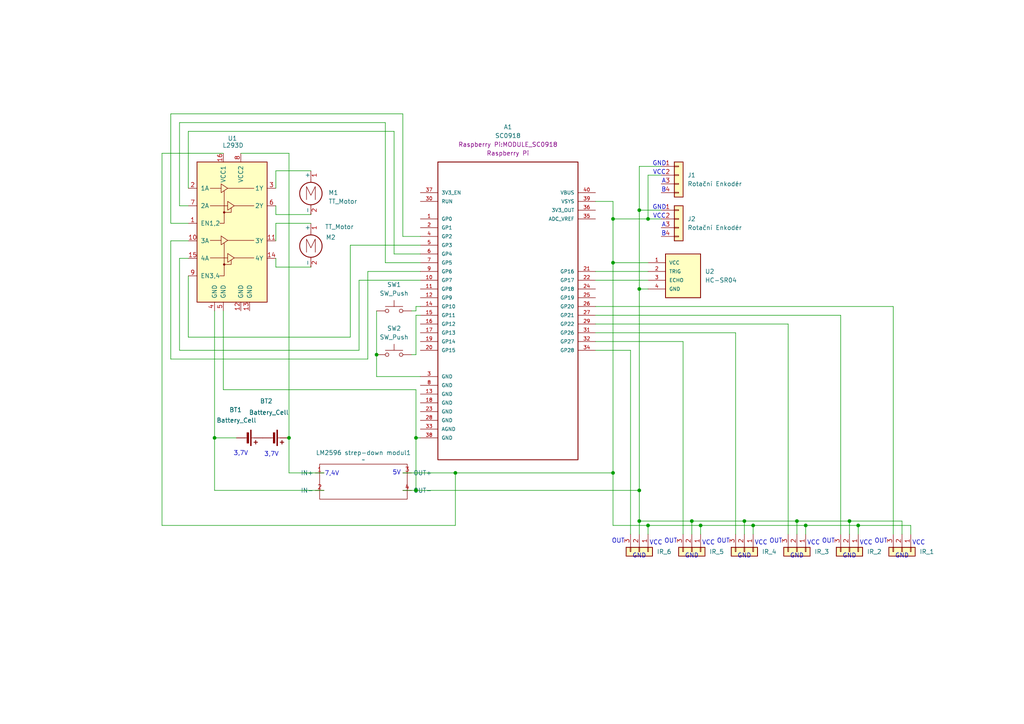
<source format=kicad_sch>
(kicad_sch
	(version 20250114)
	(generator "eeschema")
	(generator_version "9.0")
	(uuid "5762fbf3-7de9-41b2-af64-6b49b62222fa")
	(paper "A4")
	(lib_symbols
		(symbol "Connector_Generic:Conn_01x03"
			(pin_names
				(offset 1.016)
				(hide yes)
			)
			(exclude_from_sim no)
			(in_bom yes)
			(on_board yes)
			(property "Reference" "J"
				(at 0 5.08 0)
				(effects
					(font
						(size 1.27 1.27)
					)
				)
			)
			(property "Value" "Conn_01x03"
				(at 0 -5.08 0)
				(effects
					(font
						(size 1.27 1.27)
					)
				)
			)
			(property "Footprint" ""
				(at 0 0 0)
				(effects
					(font
						(size 1.27 1.27)
					)
					(hide yes)
				)
			)
			(property "Datasheet" "~"
				(at 0 0 0)
				(effects
					(font
						(size 1.27 1.27)
					)
					(hide yes)
				)
			)
			(property "Description" "Generic connector, single row, 01x03, script generated (kicad-library-utils/schlib/autogen/connector/)"
				(at 0 0 0)
				(effects
					(font
						(size 1.27 1.27)
					)
					(hide yes)
				)
			)
			(property "ki_keywords" "connector"
				(at 0 0 0)
				(effects
					(font
						(size 1.27 1.27)
					)
					(hide yes)
				)
			)
			(property "ki_fp_filters" "Connector*:*_1x??_*"
				(at 0 0 0)
				(effects
					(font
						(size 1.27 1.27)
					)
					(hide yes)
				)
			)
			(symbol "Conn_01x03_1_1"
				(rectangle
					(start -1.27 3.81)
					(end 1.27 -3.81)
					(stroke
						(width 0.254)
						(type default)
					)
					(fill
						(type background)
					)
				)
				(rectangle
					(start -1.27 2.667)
					(end 0 2.413)
					(stroke
						(width 0.1524)
						(type default)
					)
					(fill
						(type none)
					)
				)
				(rectangle
					(start -1.27 0.127)
					(end 0 -0.127)
					(stroke
						(width 0.1524)
						(type default)
					)
					(fill
						(type none)
					)
				)
				(rectangle
					(start -1.27 -2.413)
					(end 0 -2.667)
					(stroke
						(width 0.1524)
						(type default)
					)
					(fill
						(type none)
					)
				)
				(pin passive line
					(at -5.08 2.54 0)
					(length 3.81)
					(name "Pin_1"
						(effects
							(font
								(size 1.27 1.27)
							)
						)
					)
					(number "1"
						(effects
							(font
								(size 1.27 1.27)
							)
						)
					)
				)
				(pin passive line
					(at -5.08 0 0)
					(length 3.81)
					(name "Pin_2"
						(effects
							(font
								(size 1.27 1.27)
							)
						)
					)
					(number "2"
						(effects
							(font
								(size 1.27 1.27)
							)
						)
					)
				)
				(pin passive line
					(at -5.08 -2.54 0)
					(length 3.81)
					(name "Pin_3"
						(effects
							(font
								(size 1.27 1.27)
							)
						)
					)
					(number "3"
						(effects
							(font
								(size 1.27 1.27)
							)
						)
					)
				)
			)
			(embedded_fonts no)
		)
		(symbol "Connector_Generic:Conn_01x04"
			(pin_names
				(offset 1.016)
				(hide yes)
			)
			(exclude_from_sim no)
			(in_bom yes)
			(on_board yes)
			(property "Reference" "J"
				(at 0 5.08 0)
				(effects
					(font
						(size 1.27 1.27)
					)
				)
			)
			(property "Value" "Conn_01x04"
				(at 0 -7.62 0)
				(effects
					(font
						(size 1.27 1.27)
					)
				)
			)
			(property "Footprint" ""
				(at 0 0 0)
				(effects
					(font
						(size 1.27 1.27)
					)
					(hide yes)
				)
			)
			(property "Datasheet" "~"
				(at 0 0 0)
				(effects
					(font
						(size 1.27 1.27)
					)
					(hide yes)
				)
			)
			(property "Description" "Generic connector, single row, 01x04, script generated (kicad-library-utils/schlib/autogen/connector/)"
				(at 0 0 0)
				(effects
					(font
						(size 1.27 1.27)
					)
					(hide yes)
				)
			)
			(property "ki_keywords" "connector"
				(at 0 0 0)
				(effects
					(font
						(size 1.27 1.27)
					)
					(hide yes)
				)
			)
			(property "ki_fp_filters" "Connector*:*_1x??_*"
				(at 0 0 0)
				(effects
					(font
						(size 1.27 1.27)
					)
					(hide yes)
				)
			)
			(symbol "Conn_01x04_1_1"
				(rectangle
					(start -1.27 3.81)
					(end 1.27 -6.35)
					(stroke
						(width 0.254)
						(type default)
					)
					(fill
						(type background)
					)
				)
				(rectangle
					(start -1.27 2.667)
					(end 0 2.413)
					(stroke
						(width 0.1524)
						(type default)
					)
					(fill
						(type none)
					)
				)
				(rectangle
					(start -1.27 0.127)
					(end 0 -0.127)
					(stroke
						(width 0.1524)
						(type default)
					)
					(fill
						(type none)
					)
				)
				(rectangle
					(start -1.27 -2.413)
					(end 0 -2.667)
					(stroke
						(width 0.1524)
						(type default)
					)
					(fill
						(type none)
					)
				)
				(rectangle
					(start -1.27 -4.953)
					(end 0 -5.207)
					(stroke
						(width 0.1524)
						(type default)
					)
					(fill
						(type none)
					)
				)
				(pin passive line
					(at -5.08 2.54 0)
					(length 3.81)
					(name "Pin_1"
						(effects
							(font
								(size 1.27 1.27)
							)
						)
					)
					(number "1"
						(effects
							(font
								(size 1.27 1.27)
							)
						)
					)
				)
				(pin passive line
					(at -5.08 0 0)
					(length 3.81)
					(name "Pin_2"
						(effects
							(font
								(size 1.27 1.27)
							)
						)
					)
					(number "2"
						(effects
							(font
								(size 1.27 1.27)
							)
						)
					)
				)
				(pin passive line
					(at -5.08 -2.54 0)
					(length 3.81)
					(name "Pin_3"
						(effects
							(font
								(size 1.27 1.27)
							)
						)
					)
					(number "3"
						(effects
							(font
								(size 1.27 1.27)
							)
						)
					)
				)
				(pin passive line
					(at -5.08 -5.08 0)
					(length 3.81)
					(name "Pin_4"
						(effects
							(font
								(size 1.27 1.27)
							)
						)
					)
					(number "4"
						(effects
							(font
								(size 1.27 1.27)
							)
						)
					)
				)
			)
			(embedded_fonts no)
		)
		(symbol "Device:Battery_Cell"
			(pin_numbers
				(hide yes)
			)
			(pin_names
				(offset 0)
				(hide yes)
			)
			(exclude_from_sim no)
			(in_bom yes)
			(on_board yes)
			(property "Reference" "BT"
				(at 2.54 2.54 0)
				(effects
					(font
						(size 1.27 1.27)
					)
					(justify left)
				)
			)
			(property "Value" "Battery_Cell"
				(at 2.54 0 0)
				(effects
					(font
						(size 1.27 1.27)
					)
					(justify left)
				)
			)
			(property "Footprint" ""
				(at 0 1.524 90)
				(effects
					(font
						(size 1.27 1.27)
					)
					(hide yes)
				)
			)
			(property "Datasheet" "~"
				(at 0 1.524 90)
				(effects
					(font
						(size 1.27 1.27)
					)
					(hide yes)
				)
			)
			(property "Description" "Single-cell battery"
				(at 0 0 0)
				(effects
					(font
						(size 1.27 1.27)
					)
					(hide yes)
				)
			)
			(property "ki_keywords" "battery cell"
				(at 0 0 0)
				(effects
					(font
						(size 1.27 1.27)
					)
					(hide yes)
				)
			)
			(symbol "Battery_Cell_0_1"
				(rectangle
					(start -2.286 1.778)
					(end 2.286 1.524)
					(stroke
						(width 0)
						(type default)
					)
					(fill
						(type outline)
					)
				)
				(rectangle
					(start -1.524 1.016)
					(end 1.524 0.508)
					(stroke
						(width 0)
						(type default)
					)
					(fill
						(type outline)
					)
				)
				(polyline
					(pts
						(xy 0 1.778) (xy 0 2.54)
					)
					(stroke
						(width 0)
						(type default)
					)
					(fill
						(type none)
					)
				)
				(polyline
					(pts
						(xy 0 0.762) (xy 0 0)
					)
					(stroke
						(width 0)
						(type default)
					)
					(fill
						(type none)
					)
				)
				(polyline
					(pts
						(xy 0.762 3.048) (xy 1.778 3.048)
					)
					(stroke
						(width 0.254)
						(type default)
					)
					(fill
						(type none)
					)
				)
				(polyline
					(pts
						(xy 1.27 3.556) (xy 1.27 2.54)
					)
					(stroke
						(width 0.254)
						(type default)
					)
					(fill
						(type none)
					)
				)
			)
			(symbol "Battery_Cell_1_1"
				(pin passive line
					(at 0 5.08 270)
					(length 2.54)
					(name "+"
						(effects
							(font
								(size 1.27 1.27)
							)
						)
					)
					(number "1"
						(effects
							(font
								(size 1.27 1.27)
							)
						)
					)
				)
				(pin passive line
					(at 0 -2.54 90)
					(length 2.54)
					(name "-"
						(effects
							(font
								(size 1.27 1.27)
							)
						)
					)
					(number "2"
						(effects
							(font
								(size 1.27 1.27)
							)
						)
					)
				)
			)
			(embedded_fonts no)
		)
		(symbol "Driver_Motor:L293D"
			(pin_names
				(offset 1.016)
			)
			(exclude_from_sim no)
			(in_bom yes)
			(on_board yes)
			(property "Reference" "U"
				(at -5.08 26.035 0)
				(effects
					(font
						(size 1.27 1.27)
					)
					(justify right)
				)
			)
			(property "Value" "L293D"
				(at -5.08 24.13 0)
				(effects
					(font
						(size 1.27 1.27)
					)
					(justify right)
				)
			)
			(property "Footprint" "Package_DIP:DIP-16_W7.62mm"
				(at 6.35 -19.05 0)
				(effects
					(font
						(size 1.27 1.27)
					)
					(justify left)
					(hide yes)
				)
			)
			(property "Datasheet" "http://www.ti.com/lit/ds/symlink/l293.pdf"
				(at -7.62 17.78 0)
				(effects
					(font
						(size 1.27 1.27)
					)
					(hide yes)
				)
			)
			(property "Description" "Quadruple Half-H Drivers"
				(at 0 0 0)
				(effects
					(font
						(size 1.27 1.27)
					)
					(hide yes)
				)
			)
			(property "ki_keywords" "Half-H Driver Motor"
				(at 0 0 0)
				(effects
					(font
						(size 1.27 1.27)
					)
					(hide yes)
				)
			)
			(property "ki_fp_filters" "DIP*W7.62mm*"
				(at 0 0 0)
				(effects
					(font
						(size 1.27 1.27)
					)
					(hide yes)
				)
			)
			(symbol "L293D_0_1"
				(rectangle
					(start -10.16 22.86)
					(end 10.16 -17.78)
					(stroke
						(width 0.254)
						(type default)
					)
					(fill
						(type background)
					)
				)
				(polyline
					(pts
						(xy -6.35 15.24) (xy -3.175 15.24)
					)
					(stroke
						(width 0)
						(type default)
					)
					(fill
						(type none)
					)
				)
				(polyline
					(pts
						(xy -6.35 10.16) (xy -1.27 10.16)
					)
					(stroke
						(width 0)
						(type default)
					)
					(fill
						(type none)
					)
				)
				(polyline
					(pts
						(xy -6.35 0.127) (xy -3.175 0.127)
					)
					(stroke
						(width 0)
						(type default)
					)
					(fill
						(type none)
					)
				)
				(polyline
					(pts
						(xy -6.35 -4.953) (xy -1.27 -4.953)
					)
					(stroke
						(width 0)
						(type default)
					)
					(fill
						(type none)
					)
				)
				(polyline
					(pts
						(xy -3.175 16.51) (xy -3.175 13.97) (xy -1.27 15.24) (xy -3.175 16.51)
					)
					(stroke
						(width 0)
						(type default)
					)
					(fill
						(type none)
					)
				)
				(polyline
					(pts
						(xy -3.175 1.397) (xy -3.175 -1.143) (xy -1.27 0.127) (xy -3.175 1.397)
					)
					(stroke
						(width 0)
						(type default)
					)
					(fill
						(type none)
					)
				)
				(polyline
					(pts
						(xy -2.286 14.478) (xy -2.286 5.08) (xy -3.556 5.08)
					)
					(stroke
						(width 0)
						(type default)
					)
					(fill
						(type none)
					)
				)
				(circle
					(center -2.286 8.255)
					(radius 0.254)
					(stroke
						(width 0)
						(type default)
					)
					(fill
						(type outline)
					)
				)
				(polyline
					(pts
						(xy -2.286 8.255) (xy -0.254 8.255) (xy -0.254 9.525)
					)
					(stroke
						(width 0)
						(type default)
					)
					(fill
						(type none)
					)
				)
				(polyline
					(pts
						(xy -2.286 -0.635) (xy -2.286 -10.16) (xy -3.556 -10.16)
					)
					(stroke
						(width 0)
						(type default)
					)
					(fill
						(type none)
					)
				)
				(circle
					(center -2.286 -6.858)
					(radius 0.254)
					(stroke
						(width 0)
						(type default)
					)
					(fill
						(type outline)
					)
				)
				(polyline
					(pts
						(xy -2.286 -6.858) (xy -0.254 -6.858) (xy -0.254 -5.588)
					)
					(stroke
						(width 0)
						(type default)
					)
					(fill
						(type none)
					)
				)
				(polyline
					(pts
						(xy -1.27 15.24) (xy 6.35 15.24)
					)
					(stroke
						(width 0)
						(type default)
					)
					(fill
						(type none)
					)
				)
				(polyline
					(pts
						(xy -1.27 11.43) (xy -1.27 8.89) (xy 0.635 10.16) (xy -1.27 11.43)
					)
					(stroke
						(width 0)
						(type default)
					)
					(fill
						(type none)
					)
				)
				(polyline
					(pts
						(xy -1.27 0.127) (xy 6.35 0.127)
					)
					(stroke
						(width 0)
						(type default)
					)
					(fill
						(type none)
					)
				)
				(polyline
					(pts
						(xy -1.27 -3.683) (xy -1.27 -6.223) (xy 0.635 -4.953) (xy -1.27 -3.683)
					)
					(stroke
						(width 0)
						(type default)
					)
					(fill
						(type none)
					)
				)
				(polyline
					(pts
						(xy 0.635 10.16) (xy 6.35 10.16)
					)
					(stroke
						(width 0)
						(type default)
					)
					(fill
						(type none)
					)
				)
				(polyline
					(pts
						(xy 0.635 -4.953) (xy 6.35 -4.953)
					)
					(stroke
						(width 0)
						(type default)
					)
					(fill
						(type none)
					)
				)
			)
			(symbol "L293D_1_1"
				(pin input line
					(at -12.7 15.24 0)
					(length 2.54)
					(name "1A"
						(effects
							(font
								(size 1.27 1.27)
							)
						)
					)
					(number "2"
						(effects
							(font
								(size 1.27 1.27)
							)
						)
					)
				)
				(pin input line
					(at -12.7 10.16 0)
					(length 2.54)
					(name "2A"
						(effects
							(font
								(size 1.27 1.27)
							)
						)
					)
					(number "7"
						(effects
							(font
								(size 1.27 1.27)
							)
						)
					)
				)
				(pin input line
					(at -12.7 5.08 0)
					(length 2.54)
					(name "EN1,2"
						(effects
							(font
								(size 1.27 1.27)
							)
						)
					)
					(number "1"
						(effects
							(font
								(size 1.27 1.27)
							)
						)
					)
				)
				(pin input line
					(at -12.7 0 0)
					(length 2.54)
					(name "3A"
						(effects
							(font
								(size 1.27 1.27)
							)
						)
					)
					(number "10"
						(effects
							(font
								(size 1.27 1.27)
							)
						)
					)
				)
				(pin input line
					(at -12.7 -5.08 0)
					(length 2.54)
					(name "4A"
						(effects
							(font
								(size 1.27 1.27)
							)
						)
					)
					(number "15"
						(effects
							(font
								(size 1.27 1.27)
							)
						)
					)
				)
				(pin input line
					(at -12.7 -10.16 0)
					(length 2.54)
					(name "EN3,4"
						(effects
							(font
								(size 1.27 1.27)
							)
						)
					)
					(number "9"
						(effects
							(font
								(size 1.27 1.27)
							)
						)
					)
				)
				(pin power_in line
					(at -5.08 -20.32 90)
					(length 2.54)
					(name "GND"
						(effects
							(font
								(size 1.27 1.27)
							)
						)
					)
					(number "4"
						(effects
							(font
								(size 1.27 1.27)
							)
						)
					)
				)
				(pin power_in line
					(at -2.54 25.4 270)
					(length 2.54)
					(name "VCC1"
						(effects
							(font
								(size 1.27 1.27)
							)
						)
					)
					(number "16"
						(effects
							(font
								(size 1.27 1.27)
							)
						)
					)
				)
				(pin power_in line
					(at -2.54 -20.32 90)
					(length 2.54)
					(name "GND"
						(effects
							(font
								(size 1.27 1.27)
							)
						)
					)
					(number "5"
						(effects
							(font
								(size 1.27 1.27)
							)
						)
					)
				)
				(pin power_in line
					(at 2.54 25.4 270)
					(length 2.54)
					(name "VCC2"
						(effects
							(font
								(size 1.27 1.27)
							)
						)
					)
					(number "8"
						(effects
							(font
								(size 1.27 1.27)
							)
						)
					)
				)
				(pin power_in line
					(at 2.54 -20.32 90)
					(length 2.54)
					(name "GND"
						(effects
							(font
								(size 1.27 1.27)
							)
						)
					)
					(number "12"
						(effects
							(font
								(size 1.27 1.27)
							)
						)
					)
				)
				(pin power_in line
					(at 5.08 -20.32 90)
					(length 2.54)
					(name "GND"
						(effects
							(font
								(size 1.27 1.27)
							)
						)
					)
					(number "13"
						(effects
							(font
								(size 1.27 1.27)
							)
						)
					)
				)
				(pin output line
					(at 12.7 15.24 180)
					(length 2.54)
					(name "1Y"
						(effects
							(font
								(size 1.27 1.27)
							)
						)
					)
					(number "3"
						(effects
							(font
								(size 1.27 1.27)
							)
						)
					)
				)
				(pin output line
					(at 12.7 10.16 180)
					(length 2.54)
					(name "2Y"
						(effects
							(font
								(size 1.27 1.27)
							)
						)
					)
					(number "6"
						(effects
							(font
								(size 1.27 1.27)
							)
						)
					)
				)
				(pin output line
					(at 12.7 0 180)
					(length 2.54)
					(name "3Y"
						(effects
							(font
								(size 1.27 1.27)
							)
						)
					)
					(number "11"
						(effects
							(font
								(size 1.27 1.27)
							)
						)
					)
				)
				(pin output line
					(at 12.7 -5.08 180)
					(length 2.54)
					(name "4Y"
						(effects
							(font
								(size 1.27 1.27)
							)
						)
					)
					(number "14"
						(effects
							(font
								(size 1.27 1.27)
							)
						)
					)
				)
			)
			(embedded_fonts no)
		)
		(symbol "HC-SR04:HC-SR04"
			(pin_names
				(offset 1.016)
			)
			(exclude_from_sim no)
			(in_bom yes)
			(on_board yes)
			(property "Reference" "U"
				(at 0 5.0813 0)
				(effects
					(font
						(size 1.27 1.27)
					)
					(justify left bottom)
				)
			)
			(property "Value" "HC-SR04"
				(at 0 -10.163 0)
				(effects
					(font
						(size 1.27 1.27)
					)
					(justify left bottom)
				)
			)
			(property "Footprint" "HC-SR04:XCVR_HC-SR04"
				(at 0 0 0)
				(effects
					(font
						(size 1.27 1.27)
					)
					(justify bottom)
					(hide yes)
				)
			)
			(property "Datasheet" ""
				(at 0 0 0)
				(effects
					(font
						(size 1.27 1.27)
					)
					(hide yes)
				)
			)
			(property "Description" ""
				(at 0 0 0)
				(effects
					(font
						(size 1.27 1.27)
					)
					(hide yes)
				)
			)
			(property "MF" "SparkFun Electronics"
				(at 0 0 0)
				(effects
					(font
						(size 1.27 1.27)
					)
					(justify bottom)
					(hide yes)
				)
			)
			(property "Description_1" "HC-SR04 Ultrasonic Sensor Qwiic Platform Evaluation Expansion Board"
				(at 0 0 0)
				(effects
					(font
						(size 1.27 1.27)
					)
					(justify bottom)
					(hide yes)
				)
			)
			(property "Package" "None"
				(at 0 0 0)
				(effects
					(font
						(size 1.27 1.27)
					)
					(justify bottom)
					(hide yes)
				)
			)
			(property "Price" "None"
				(at 0 0 0)
				(effects
					(font
						(size 1.27 1.27)
					)
					(justify bottom)
					(hide yes)
				)
			)
			(property "Check_prices" "https://www.snapeda.com/parts/HC-SR04/SparkFun/view-part/?ref=eda"
				(at 0 0 0)
				(effects
					(font
						(size 1.27 1.27)
					)
					(justify bottom)
					(hide yes)
				)
			)
			(property "SnapEDA_Link" "https://www.snapeda.com/parts/HC-SR04/SparkFun/view-part/?ref=snap"
				(at 0 0 0)
				(effects
					(font
						(size 1.27 1.27)
					)
					(justify bottom)
					(hide yes)
				)
			)
			(property "MP" "HC-SR04"
				(at 0 0 0)
				(effects
					(font
						(size 1.27 1.27)
					)
					(justify bottom)
					(hide yes)
				)
			)
			(property "Availability" "Not in stock"
				(at 0 0 0)
				(effects
					(font
						(size 1.27 1.27)
					)
					(justify bottom)
					(hide yes)
				)
			)
			(property "MANUFACTURER" "Osepp"
				(at 0 0 0)
				(effects
					(font
						(size 1.27 1.27)
					)
					(justify bottom)
					(hide yes)
				)
			)
			(symbol "HC-SR04_0_0"
				(rectangle
					(start 0 -7.62)
					(end 10.16 5.08)
					(stroke
						(width 0.254)
						(type default)
					)
					(fill
						(type background)
					)
				)
				(pin power_in line
					(at -5.08 2.54 0)
					(length 5.08)
					(name "VCC"
						(effects
							(font
								(size 1.016 1.016)
							)
						)
					)
					(number "1"
						(effects
							(font
								(size 1.016 1.016)
							)
						)
					)
				)
				(pin bidirectional line
					(at -5.08 0 0)
					(length 5.08)
					(name "TRIG"
						(effects
							(font
								(size 1.016 1.016)
							)
						)
					)
					(number "2"
						(effects
							(font
								(size 1.016 1.016)
							)
						)
					)
				)
				(pin bidirectional line
					(at -5.08 -2.54 0)
					(length 5.08)
					(name "ECHO"
						(effects
							(font
								(size 1.016 1.016)
							)
						)
					)
					(number "3"
						(effects
							(font
								(size 1.016 1.016)
							)
						)
					)
				)
				(pin power_in line
					(at -5.08 -5.08 0)
					(length 5.08)
					(name "GND"
						(effects
							(font
								(size 1.016 1.016)
							)
						)
					)
					(number "4"
						(effects
							(font
								(size 1.016 1.016)
							)
						)
					)
				)
			)
			(embedded_fonts no)
		)
		(symbol "Motor:Motor_DC"
			(pin_names
				(offset 0)
			)
			(exclude_from_sim no)
			(in_bom yes)
			(on_board yes)
			(property "Reference" "M"
				(at 2.54 2.54 0)
				(effects
					(font
						(size 1.27 1.27)
					)
					(justify left)
				)
			)
			(property "Value" "Motor_DC"
				(at 2.54 -5.08 0)
				(effects
					(font
						(size 1.27 1.27)
					)
					(justify left top)
				)
			)
			(property "Footprint" ""
				(at 0 -2.286 0)
				(effects
					(font
						(size 1.27 1.27)
					)
					(hide yes)
				)
			)
			(property "Datasheet" "~"
				(at 0 -2.286 0)
				(effects
					(font
						(size 1.27 1.27)
					)
					(hide yes)
				)
			)
			(property "Description" "DC Motor"
				(at 0 0 0)
				(effects
					(font
						(size 1.27 1.27)
					)
					(hide yes)
				)
			)
			(property "ki_keywords" "DC Motor"
				(at 0 0 0)
				(effects
					(font
						(size 1.27 1.27)
					)
					(hide yes)
				)
			)
			(property "ki_fp_filters" "PinHeader*P2.54mm* TerminalBlock*"
				(at 0 0 0)
				(effects
					(font
						(size 1.27 1.27)
					)
					(hide yes)
				)
			)
			(symbol "Motor_DC_0_0"
				(polyline
					(pts
						(xy -1.27 -3.302) (xy -1.27 0.508) (xy 0 -2.032) (xy 1.27 0.508) (xy 1.27 -3.302)
					)
					(stroke
						(width 0)
						(type default)
					)
					(fill
						(type none)
					)
				)
			)
			(symbol "Motor_DC_0_1"
				(polyline
					(pts
						(xy 0 2.032) (xy 0 2.54)
					)
					(stroke
						(width 0)
						(type default)
					)
					(fill
						(type none)
					)
				)
				(polyline
					(pts
						(xy 0 1.7272) (xy 0 2.0828)
					)
					(stroke
						(width 0)
						(type default)
					)
					(fill
						(type none)
					)
				)
				(circle
					(center 0 -1.524)
					(radius 3.2512)
					(stroke
						(width 0.254)
						(type default)
					)
					(fill
						(type none)
					)
				)
				(polyline
					(pts
						(xy 0 -4.7752) (xy 0 -5.1816)
					)
					(stroke
						(width 0)
						(type default)
					)
					(fill
						(type none)
					)
				)
				(polyline
					(pts
						(xy 0 -7.62) (xy 0 -7.112)
					)
					(stroke
						(width 0)
						(type default)
					)
					(fill
						(type none)
					)
				)
			)
			(symbol "Motor_DC_1_1"
				(pin passive line
					(at 0 5.08 270)
					(length 2.54)
					(name "+"
						(effects
							(font
								(size 1.27 1.27)
							)
						)
					)
					(number "1"
						(effects
							(font
								(size 1.27 1.27)
							)
						)
					)
				)
				(pin passive line
					(at 0 -7.62 90)
					(length 2.54)
					(name "-"
						(effects
							(font
								(size 1.27 1.27)
							)
						)
					)
					(number "2"
						(effects
							(font
								(size 1.27 1.27)
							)
						)
					)
				)
			)
			(embedded_fonts no)
		)
		(symbol "New_Library:LM2596_Module"
			(exclude_from_sim no)
			(in_bom yes)
			(on_board yes)
			(property "Reference" "LM2596 strep-down modul"
				(at 0 0.254 0)
				(effects
					(font
						(size 1.27 1.27)
					)
				)
			)
			(property "Value" ""
				(at 0 0 0)
				(effects
					(font
						(size 1.27 1.27)
					)
				)
			)
			(property "Footprint" ""
				(at 0 0 0)
				(effects
					(font
						(size 1.27 1.27)
					)
					(hide yes)
				)
			)
			(property "Datasheet" ""
				(at 0 0 0)
				(effects
					(font
						(size 1.27 1.27)
					)
					(hide yes)
				)
			)
			(property "Description" ""
				(at 0 0 0)
				(effects
					(font
						(size 1.27 1.27)
					)
					(hide yes)
				)
			)
			(symbol "LM2596_Module_0_1"
				(rectangle
					(start -12.7 5.08)
					(end 12.7 -5.08)
					(stroke
						(width 0)
						(type default)
					)
					(fill
						(type none)
					)
				)
			)
			(symbol "LM2596_Module_1_1"
				(pin input line
					(at -11.43 2.54 180)
					(length 2.54)
					(name "IN+"
						(effects
							(font
								(size 1.27 1.27)
							)
						)
					)
					(number "1"
						(effects
							(font
								(size 1.27 1.27)
							)
						)
					)
				)
				(pin input line
					(at -11.43 -2.54 180)
					(length 2.54)
					(name "IN−"
						(effects
							(font
								(size 1.27 1.27)
							)
						)
					)
					(number "2"
						(effects
							(font
								(size 1.27 1.27)
							)
						)
					)
				)
				(pin output line
					(at 11.43 2.54 0)
					(length 2.54)
					(name "OUT+"
						(effects
							(font
								(size 1.27 1.27)
							)
						)
					)
					(number "3"
						(effects
							(font
								(size 1.27 1.27)
							)
						)
					)
				)
				(pin output line
					(at 11.43 -2.54 0)
					(length 2.54)
					(name "OUT−"
						(effects
							(font
								(size 1.27 1.27)
							)
						)
					)
					(number "4"
						(effects
							(font
								(size 1.27 1.27)
							)
						)
					)
				)
			)
			(embedded_fonts no)
		)
		(symbol "Raspberry_Pi_Pico_W_SC0918:SC0918"
			(pin_names
				(offset 1.016)
			)
			(exclude_from_sim no)
			(in_bom yes)
			(on_board yes)
			(property "Reference" "A1"
				(at 0 58.42 0)
				(effects
					(font
						(size 1.27 1.27)
					)
				)
			)
			(property "Value" "SC0918"
				(at 0 55.88 0)
				(effects
					(font
						(size 1.27 1.27)
					)
				)
			)
			(property "Footprint" "Raspberry Pi:MODULE_SC0918"
				(at -12.7 -46.99 0)
				(effects
					(font
						(size 1.27 1.27)
					)
					(justify bottom)
				)
			)
			(property "Datasheet" "https://datasheets.raspberrypi.com/picow/pico-w-datasheet.pdf"
				(at -26.67 -49.53 0)
				(effects
					(font
						(size 1.27 1.27)
					)
					(justify left bottom)
					(hide yes)
				)
			)
			(property "Description" ""
				(at 0 0 0)
				(effects
					(font
						(size 1.27 1.27)
					)
					(hide yes)
				)
			)
			(property "manufacturer" "Raspberry Pi"
				(at 0 53.34 0)
				(effects
					(font
						(size 1.27 1.27)
					)
				)
			)
			(property "P/N" "SC0918"
				(at 0 50.8 0)
				(effects
					(font
						(size 1.27 1.27)
					)
					(hide yes)
				)
			)
			(property "PARTREV" "1.6"
				(at 0 48.26 0)
				(effects
					(font
						(size 1.27 1.27)
					)
					(hide yes)
				)
			)
			(property "MAXIMUM_PACKAGE_HEIGHT" "3.73mm"
				(at 0 45.72 0)
				(effects
					(font
						(size 1.27 1.27)
					)
					(hide yes)
				)
			)
			(symbol "SC0918_0_0"
				(rectangle
					(start -20.32 -43.18)
					(end 20.32 43.18)
					(stroke
						(width 0.254)
						(type default)
					)
					(fill
						(type none)
					)
				)
				(pin input line
					(at -25.4 34.29 0)
					(length 5.08)
					(name "3V3_EN"
						(effects
							(font
								(size 1.016 1.016)
							)
						)
					)
					(number "37"
						(effects
							(font
								(size 1.016 1.016)
							)
						)
					)
				)
				(pin input line
					(at -25.4 31.75 0)
					(length 5.08)
					(name "RUN"
						(effects
							(font
								(size 1.016 1.016)
							)
						)
					)
					(number "30"
						(effects
							(font
								(size 1.016 1.016)
							)
						)
					)
				)
				(pin bidirectional line
					(at -25.4 26.67 0)
					(length 5.08)
					(name "GP0"
						(effects
							(font
								(size 1.016 1.016)
							)
						)
					)
					(number "1"
						(effects
							(font
								(size 1.016 1.016)
							)
						)
					)
				)
				(pin bidirectional line
					(at -25.4 24.13 0)
					(length 5.08)
					(name "GP1"
						(effects
							(font
								(size 1.016 1.016)
							)
						)
					)
					(number "2"
						(effects
							(font
								(size 1.016 1.016)
							)
						)
					)
				)
				(pin bidirectional line
					(at -25.4 21.59 0)
					(length 5.08)
					(name "GP2"
						(effects
							(font
								(size 1.016 1.016)
							)
						)
					)
					(number "4"
						(effects
							(font
								(size 1.016 1.016)
							)
						)
					)
				)
				(pin bidirectional line
					(at -25.4 19.05 0)
					(length 5.08)
					(name "GP3"
						(effects
							(font
								(size 1.016 1.016)
							)
						)
					)
					(number "5"
						(effects
							(font
								(size 1.016 1.016)
							)
						)
					)
				)
				(pin bidirectional line
					(at -25.4 16.51 0)
					(length 5.08)
					(name "GP4"
						(effects
							(font
								(size 1.016 1.016)
							)
						)
					)
					(number "6"
						(effects
							(font
								(size 1.016 1.016)
							)
						)
					)
				)
				(pin bidirectional line
					(at -25.4 13.97 0)
					(length 5.08)
					(name "GP5"
						(effects
							(font
								(size 1.016 1.016)
							)
						)
					)
					(number "7"
						(effects
							(font
								(size 1.016 1.016)
							)
						)
					)
				)
				(pin bidirectional line
					(at -25.4 11.43 0)
					(length 5.08)
					(name "GP6"
						(effects
							(font
								(size 1.016 1.016)
							)
						)
					)
					(number "9"
						(effects
							(font
								(size 1.016 1.016)
							)
						)
					)
				)
				(pin bidirectional line
					(at -25.4 8.89 0)
					(length 5.08)
					(name "GP7"
						(effects
							(font
								(size 1.016 1.016)
							)
						)
					)
					(number "10"
						(effects
							(font
								(size 1.016 1.016)
							)
						)
					)
				)
				(pin bidirectional line
					(at -25.4 6.35 0)
					(length 5.08)
					(name "GP8"
						(effects
							(font
								(size 1.016 1.016)
							)
						)
					)
					(number "11"
						(effects
							(font
								(size 1.016 1.016)
							)
						)
					)
				)
				(pin bidirectional line
					(at -25.4 3.81 0)
					(length 5.08)
					(name "GP9"
						(effects
							(font
								(size 1.016 1.016)
							)
						)
					)
					(number "12"
						(effects
							(font
								(size 1.016 1.016)
							)
						)
					)
				)
				(pin bidirectional line
					(at -25.4 1.27 0)
					(length 5.08)
					(name "GP10"
						(effects
							(font
								(size 1.016 1.016)
							)
						)
					)
					(number "14"
						(effects
							(font
								(size 1.016 1.016)
							)
						)
					)
				)
				(pin bidirectional line
					(at -25.4 -1.27 0)
					(length 5.08)
					(name "GP11"
						(effects
							(font
								(size 1.016 1.016)
							)
						)
					)
					(number "15"
						(effects
							(font
								(size 1.016 1.016)
							)
						)
					)
				)
				(pin bidirectional line
					(at -25.4 -3.81 0)
					(length 5.08)
					(name "GP12"
						(effects
							(font
								(size 1.016 1.016)
							)
						)
					)
					(number "16"
						(effects
							(font
								(size 1.016 1.016)
							)
						)
					)
				)
				(pin bidirectional line
					(at -25.4 -6.35 0)
					(length 5.08)
					(name "GP13"
						(effects
							(font
								(size 1.016 1.016)
							)
						)
					)
					(number "17"
						(effects
							(font
								(size 1.016 1.016)
							)
						)
					)
				)
				(pin bidirectional line
					(at -25.4 -8.89 0)
					(length 5.08)
					(name "GP14"
						(effects
							(font
								(size 1.016 1.016)
							)
						)
					)
					(number "19"
						(effects
							(font
								(size 1.016 1.016)
							)
						)
					)
				)
				(pin bidirectional line
					(at -25.4 -11.43 0)
					(length 5.08)
					(name "GP15"
						(effects
							(font
								(size 1.016 1.016)
							)
						)
					)
					(number "20"
						(effects
							(font
								(size 1.016 1.016)
							)
						)
					)
				)
				(pin power_in line
					(at -25.4 -19.05 0)
					(length 5.08)
					(name "GND"
						(effects
							(font
								(size 1.016 1.016)
							)
						)
					)
					(number "3"
						(effects
							(font
								(size 1.016 1.016)
							)
						)
					)
				)
				(pin power_in line
					(at -25.4 -21.59 0)
					(length 5.08)
					(name "GND"
						(effects
							(font
								(size 1.016 1.016)
							)
						)
					)
					(number "8"
						(effects
							(font
								(size 1.016 1.016)
							)
						)
					)
				)
				(pin power_in line
					(at -25.4 -24.13 0)
					(length 5.08)
					(name "GND"
						(effects
							(font
								(size 1.016 1.016)
							)
						)
					)
					(number "13"
						(effects
							(font
								(size 1.016 1.016)
							)
						)
					)
				)
				(pin power_in line
					(at -25.4 -26.67 0)
					(length 5.08)
					(name "GND"
						(effects
							(font
								(size 1.016 1.016)
							)
						)
					)
					(number "18"
						(effects
							(font
								(size 1.016 1.016)
							)
						)
					)
				)
				(pin power_in line
					(at -25.4 -29.21 0)
					(length 5.08)
					(name "GND"
						(effects
							(font
								(size 1.016 1.016)
							)
						)
					)
					(number "23"
						(effects
							(font
								(size 1.016 1.016)
							)
						)
					)
				)
				(pin power_in line
					(at -25.4 -31.75 0)
					(length 5.08)
					(name "GND"
						(effects
							(font
								(size 1.016 1.016)
							)
						)
					)
					(number "28"
						(effects
							(font
								(size 1.016 1.016)
							)
						)
					)
				)
				(pin power_in line
					(at -25.4 -34.29 0)
					(length 5.08)
					(name "AGND"
						(effects
							(font
								(size 1.016 1.016)
							)
						)
					)
					(number "33"
						(effects
							(font
								(size 1.016 1.016)
							)
						)
					)
				)
				(pin power_in line
					(at -25.4 -36.83 0)
					(length 5.08)
					(name "GND"
						(effects
							(font
								(size 1.016 1.016)
							)
						)
					)
					(number "38"
						(effects
							(font
								(size 1.016 1.016)
							)
						)
					)
				)
				(pin free line
					(at 25.4 34.29 180)
					(length 5.08)
					(name "VBUS"
						(effects
							(font
								(size 1.016 1.016)
							)
						)
					)
					(number "40"
						(effects
							(font
								(size 1.016 1.016)
							)
						)
					)
				)
				(pin free line
					(at 25.4 31.75 180)
					(length 5.08)
					(name "VSYS"
						(effects
							(font
								(size 1.016 1.016)
							)
						)
					)
					(number "39"
						(effects
							(font
								(size 1.016 1.016)
							)
						)
					)
				)
				(pin power_in line
					(at 25.4 29.21 180)
					(length 5.08)
					(name "3V3_OUT"
						(effects
							(font
								(size 1.016 1.016)
							)
						)
					)
					(number "36"
						(effects
							(font
								(size 1.016 1.016)
							)
						)
					)
				)
				(pin power_in line
					(at 25.4 26.67 180)
					(length 5.08)
					(name "ADC_VREF"
						(effects
							(font
								(size 1.016 1.016)
							)
						)
					)
					(number "35"
						(effects
							(font
								(size 1.016 1.016)
							)
						)
					)
				)
				(pin bidirectional line
					(at 25.4 11.43 180)
					(length 5.08)
					(name "GP16"
						(effects
							(font
								(size 1.016 1.016)
							)
						)
					)
					(number "21"
						(effects
							(font
								(size 1.016 1.016)
							)
						)
					)
				)
				(pin bidirectional line
					(at 25.4 8.89 180)
					(length 5.08)
					(name "GP17"
						(effects
							(font
								(size 1.016 1.016)
							)
						)
					)
					(number "22"
						(effects
							(font
								(size 1.016 1.016)
							)
						)
					)
				)
				(pin bidirectional line
					(at 25.4 6.35 180)
					(length 5.08)
					(name "GP18"
						(effects
							(font
								(size 1.016 1.016)
							)
						)
					)
					(number "24"
						(effects
							(font
								(size 1.016 1.016)
							)
						)
					)
				)
				(pin bidirectional line
					(at 25.4 3.81 180)
					(length 5.08)
					(name "GP19"
						(effects
							(font
								(size 1.016 1.016)
							)
						)
					)
					(number "25"
						(effects
							(font
								(size 1.016 1.016)
							)
						)
					)
				)
				(pin bidirectional line
					(at 25.4 1.27 180)
					(length 5.08)
					(name "GP20"
						(effects
							(font
								(size 1.016 1.016)
							)
						)
					)
					(number "26"
						(effects
							(font
								(size 1.016 1.016)
							)
						)
					)
				)
				(pin bidirectional line
					(at 25.4 -1.27 180)
					(length 5.08)
					(name "GP21"
						(effects
							(font
								(size 1.016 1.016)
							)
						)
					)
					(number "27"
						(effects
							(font
								(size 1.016 1.016)
							)
						)
					)
				)
				(pin bidirectional line
					(at 25.4 -3.81 180)
					(length 5.08)
					(name "GP22"
						(effects
							(font
								(size 1.016 1.016)
							)
						)
					)
					(number "29"
						(effects
							(font
								(size 1.016 1.016)
							)
						)
					)
				)
				(pin bidirectional line
					(at 25.4 -6.35 180)
					(length 5.08)
					(name "GP26"
						(effects
							(font
								(size 1.016 1.016)
							)
						)
					)
					(number "31"
						(effects
							(font
								(size 1.016 1.016)
							)
						)
					)
				)
				(pin bidirectional line
					(at 25.4 -8.89 180)
					(length 5.08)
					(name "GP27"
						(effects
							(font
								(size 1.016 1.016)
							)
						)
					)
					(number "32"
						(effects
							(font
								(size 1.016 1.016)
							)
						)
					)
				)
				(pin bidirectional line
					(at 25.4 -11.43 180)
					(length 5.08)
					(name "GP28"
						(effects
							(font
								(size 1.016 1.016)
							)
						)
					)
					(number "34"
						(effects
							(font
								(size 1.016 1.016)
							)
						)
					)
				)
			)
			(embedded_fonts no)
		)
		(symbol "Switch:SW_Push"
			(pin_numbers
				(hide yes)
			)
			(pin_names
				(offset 1.016)
				(hide yes)
			)
			(exclude_from_sim no)
			(in_bom yes)
			(on_board yes)
			(property "Reference" "SW"
				(at 1.27 2.54 0)
				(effects
					(font
						(size 1.27 1.27)
					)
					(justify left)
				)
			)
			(property "Value" "SW_Push"
				(at 0 -1.524 0)
				(effects
					(font
						(size 1.27 1.27)
					)
				)
			)
			(property "Footprint" ""
				(at 0 5.08 0)
				(effects
					(font
						(size 1.27 1.27)
					)
					(hide yes)
				)
			)
			(property "Datasheet" "~"
				(at 0 5.08 0)
				(effects
					(font
						(size 1.27 1.27)
					)
					(hide yes)
				)
			)
			(property "Description" "Push button switch, generic, two pins"
				(at 0 0 0)
				(effects
					(font
						(size 1.27 1.27)
					)
					(hide yes)
				)
			)
			(property "ki_keywords" "switch normally-open pushbutton push-button"
				(at 0 0 0)
				(effects
					(font
						(size 1.27 1.27)
					)
					(hide yes)
				)
			)
			(symbol "SW_Push_0_1"
				(circle
					(center -2.032 0)
					(radius 0.508)
					(stroke
						(width 0)
						(type default)
					)
					(fill
						(type none)
					)
				)
				(polyline
					(pts
						(xy 0 1.27) (xy 0 3.048)
					)
					(stroke
						(width 0)
						(type default)
					)
					(fill
						(type none)
					)
				)
				(circle
					(center 2.032 0)
					(radius 0.508)
					(stroke
						(width 0)
						(type default)
					)
					(fill
						(type none)
					)
				)
				(polyline
					(pts
						(xy 2.54 1.27) (xy -2.54 1.27)
					)
					(stroke
						(width 0)
						(type default)
					)
					(fill
						(type none)
					)
				)
				(pin passive line
					(at -5.08 0 0)
					(length 2.54)
					(name "1"
						(effects
							(font
								(size 1.27 1.27)
							)
						)
					)
					(number "1"
						(effects
							(font
								(size 1.27 1.27)
							)
						)
					)
				)
				(pin passive line
					(at 5.08 0 180)
					(length 2.54)
					(name "2"
						(effects
							(font
								(size 1.27 1.27)
							)
						)
					)
					(number "2"
						(effects
							(font
								(size 1.27 1.27)
							)
						)
					)
				)
			)
			(embedded_fonts no)
		)
	)
	(text "A"
		(exclude_from_sim no)
		(at 192.532 52.578 0)
		(effects
			(font
				(size 1.27 1.27)
			)
		)
		(uuid "0a02a51d-b75e-4643-8a32-6084cbb7c102")
	)
	(text "VCC"
		(exclude_from_sim no)
		(at 251.206 157.48 0)
		(effects
			(font
				(size 1.27 1.27)
			)
		)
		(uuid "0e9b5cf3-b6b3-4bd0-ba63-1f76755652a0")
	)
	(text "5V"
		(exclude_from_sim no)
		(at 115.062 137.16 0)
		(effects
			(font
				(size 1.27 1.27)
			)
		)
		(uuid "26ccd730-5eef-4d10-a432-8ac01ebcee4e")
	)
	(text "7,4V"
		(exclude_from_sim no)
		(at 96.266 137.414 0)
		(effects
			(font
				(size 1.27 1.27)
			)
		)
		(uuid "2e3a2813-2048-467b-bae6-174225bc8cc3")
	)
	(text "VCC"
		(exclude_from_sim no)
		(at 266.446 157.48 0)
		(effects
			(font
				(size 1.27 1.27)
			)
		)
		(uuid "31c2b100-2577-4eb6-95d7-230136c2905e")
	)
	(text "GND"
		(exclude_from_sim no)
		(at 191.262 60.198 0)
		(effects
			(font
				(size 1.27 1.27)
			)
		)
		(uuid "3451400f-4158-4d62-892d-9b52912008a5")
	)
	(text "VCC"
		(exclude_from_sim no)
		(at 191.262 50.038 0)
		(effects
			(font
				(size 1.27 1.27)
			)
		)
		(uuid "38c4f063-e0cf-4b72-8059-e2f47f8a57dd")
	)
	(text "B"
		(exclude_from_sim no)
		(at 192.532 55.118 0)
		(effects
			(font
				(size 1.27 1.27)
			)
		)
		(uuid "51e244ed-dab4-4585-9fda-12f6d80022fc")
	)
	(text "GND"
		(exclude_from_sim no)
		(at 191.262 47.498 0)
		(effects
			(font
				(size 1.27 1.27)
			)
		)
		(uuid "693c2a1e-5d5f-4b54-b33c-7c71fc1979c3")
	)
	(text "GND"
		(exclude_from_sim no)
		(at 200.66 161.29 0)
		(effects
			(font
				(size 1.27 1.27)
			)
		)
		(uuid "6aa415a9-e35c-4048-8260-6cdc1c81bcaa")
	)
	(text "GND"
		(exclude_from_sim no)
		(at 185.42 161.29 0)
		(effects
			(font
				(size 1.27 1.27)
			)
		)
		(uuid "6c67abfa-23a5-44ff-bafa-690d24c02800")
	)
	(text "GND"
		(exclude_from_sim no)
		(at 246.38 161.29 0)
		(effects
			(font
				(size 1.27 1.27)
			)
		)
		(uuid "6e11b5eb-e601-41b6-abbf-9ed9d5de849d")
	)
	(text "OUT"
		(exclude_from_sim no)
		(at 209.804 156.972 0)
		(effects
			(font
				(size 1.27 1.27)
			)
		)
		(uuid "6f6db36d-9b08-4fc1-b628-c767d5bbc4ac")
	)
	(text "OUT"
		(exclude_from_sim no)
		(at 179.324 156.972 0)
		(effects
			(font
				(size 1.27 1.27)
			)
		)
		(uuid "7171f4b0-bb9e-4959-8d2d-64927e904d59")
	)
	(text "OUT"
		(exclude_from_sim no)
		(at 255.524 156.972 0)
		(effects
			(font
				(size 1.27 1.27)
			)
		)
		(uuid "78ef7f2d-9999-4942-a49e-65187483fab5")
	)
	(text "VCC"
		(exclude_from_sim no)
		(at 205.486 157.48 0)
		(effects
			(font
				(size 1.27 1.27)
			)
		)
		(uuid "89a64b40-0471-4169-ae4a-5fb8a9fbdbc4")
	)
	(text "VCC"
		(exclude_from_sim no)
		(at 191.262 62.738 0)
		(effects
			(font
				(size 1.27 1.27)
			)
		)
		(uuid "8bf082ff-9e3c-44a5-bb70-237f038a4478")
	)
	(text "3,7V"
		(exclude_from_sim no)
		(at 78.74 131.826 0)
		(effects
			(font
				(size 1.27 1.27)
			)
		)
		(uuid "91218fa1-3312-4937-b973-1472c2d8fba9")
	)
	(text "GND"
		(exclude_from_sim no)
		(at 231.14 161.29 0)
		(effects
			(font
				(size 1.27 1.27)
			)
		)
		(uuid "972ac9f5-5e44-4a62-ae0e-54b9faacff24")
	)
	(text "VCC"
		(exclude_from_sim no)
		(at 190.246 157.48 0)
		(effects
			(font
				(size 1.27 1.27)
			)
		)
		(uuid "b396bcc0-918d-4a31-8448-ca3c08253251")
	)
	(text "B"
		(exclude_from_sim no)
		(at 192.532 67.818 0)
		(effects
			(font
				(size 1.27 1.27)
			)
		)
		(uuid "b6814b3d-ce0f-4117-9c4b-7ee5fe832d2a")
	)
	(text "3,7V"
		(exclude_from_sim no)
		(at 69.85 131.572 0)
		(effects
			(font
				(size 1.27 1.27)
			)
		)
		(uuid "c07e94eb-8149-4f85-aec7-786c7e8f98c9")
	)
	(text "OUT"
		(exclude_from_sim no)
		(at 194.564 156.972 0)
		(effects
			(font
				(size 1.27 1.27)
			)
		)
		(uuid "c256e47f-6eb0-4919-8181-83cc1e663fdb")
	)
	(text "GND"
		(exclude_from_sim no)
		(at 261.62 161.29 0)
		(effects
			(font
				(size 1.27 1.27)
			)
		)
		(uuid "c9c74bce-0b32-4c9c-b7c5-8a589877247d")
	)
	(text "OUT"
		(exclude_from_sim no)
		(at 240.284 156.972 0)
		(effects
			(font
				(size 1.27 1.27)
			)
		)
		(uuid "cdb25934-fc39-4845-b8a1-79a949094e66")
	)
	(text "A"
		(exclude_from_sim no)
		(at 192.532 65.278 0)
		(effects
			(font
				(size 1.27 1.27)
			)
		)
		(uuid "d9762135-68a2-4d81-98b6-c3e4f05aab64")
	)
	(text "GND"
		(exclude_from_sim no)
		(at 215.9 161.29 0)
		(effects
			(font
				(size 1.27 1.27)
			)
		)
		(uuid "e21bd4d5-2790-41c2-ab1a-321834069e5b")
	)
	(text "VCC"
		(exclude_from_sim no)
		(at 220.726 157.48 0)
		(effects
			(font
				(size 1.27 1.27)
			)
		)
		(uuid "e3e6e2b5-e3e7-492d-9f24-5bc2084efb31")
	)
	(text "VCC"
		(exclude_from_sim no)
		(at 235.966 157.48 0)
		(effects
			(font
				(size 1.27 1.27)
			)
		)
		(uuid "e8ea8c6e-ba05-412c-bc74-e5416c2a0b44")
	)
	(text "OUT"
		(exclude_from_sim no)
		(at 225.044 156.972 0)
		(effects
			(font
				(size 1.27 1.27)
			)
		)
		(uuid "f9f5590d-a141-486d-ba43-d50e66010d4d")
	)
	(junction
		(at 177.8 76.2)
		(diameter 0)
		(color 0 0 0 0)
		(uuid "0d1fb568-a95b-4515-bfd5-a25b3ca1f8e0")
	)
	(junction
		(at 62.23 127)
		(diameter 0)
		(color 0 0 0 0)
		(uuid "0f3674aa-718e-4f0a-9033-8a9e79614882")
	)
	(junction
		(at 177.8 63.5)
		(diameter 0)
		(color 0 0 0 0)
		(uuid "1bd532ea-d0af-4ea1-9ce2-010c3510c564")
	)
	(junction
		(at 215.9 151.13)
		(diameter 0)
		(color 0 0 0 0)
		(uuid "1c9d21d9-2184-4570-9ea5-9ca445ea79e3")
	)
	(junction
		(at 200.66 151.13)
		(diameter 0)
		(color 0 0 0 0)
		(uuid "27a2eefa-c7db-4780-968d-7a6c2bc3e82d")
	)
	(junction
		(at 185.42 83.82)
		(diameter 0)
		(color 0 0 0 0)
		(uuid "295ccba0-6230-4929-8f43-44f8c3102889")
	)
	(junction
		(at 185.42 151.13)
		(diameter 0)
		(color 0 0 0 0)
		(uuid "2985c8d1-6e5d-4199-b4fb-9c6815d34c76")
	)
	(junction
		(at 203.2 152.4)
		(diameter 0)
		(color 0 0 0 0)
		(uuid "315d2f10-d49f-4ced-a3ca-18c2e189cf93")
	)
	(junction
		(at 120.65 142.24)
		(diameter 0)
		(color 0 0 0 0)
		(uuid "318149ac-969d-45fb-be9d-c5512c614d42")
	)
	(junction
		(at 218.44 152.4)
		(diameter 0)
		(color 0 0 0 0)
		(uuid "40833ca1-6c00-41c7-841c-db27b76655be")
	)
	(junction
		(at 246.38 151.13)
		(diameter 0)
		(color 0 0 0 0)
		(uuid "78537f1d-84a8-4c37-bdc9-71b5dcf53c16")
	)
	(junction
		(at 120.65 127)
		(diameter 0)
		(color 0 0 0 0)
		(uuid "7d03bde8-aa49-4aad-8264-1de01a008d8a")
	)
	(junction
		(at 187.96 63.5)
		(diameter 0)
		(color 0 0 0 0)
		(uuid "8dc9e707-e20e-4df9-beca-e812b5c841a7")
	)
	(junction
		(at 83.82 127)
		(diameter 0)
		(color 0 0 0 0)
		(uuid "90fc6fad-d093-49d9-97a7-2fe9114d502f")
	)
	(junction
		(at 109.22 102.87)
		(diameter 0)
		(color 0 0 0 0)
		(uuid "95894133-0e0d-4757-af17-5ce232bf3792")
	)
	(junction
		(at 233.68 152.4)
		(diameter 0)
		(color 0 0 0 0)
		(uuid "9a959a86-4eba-4273-93b9-ce8d6e182595")
	)
	(junction
		(at 132.08 137.16)
		(diameter 0)
		(color 0 0 0 0)
		(uuid "b2f8aac1-03ab-40c6-9b01-a22d9fc2ad7d")
	)
	(junction
		(at 185.42 60.96)
		(diameter 0)
		(color 0 0 0 0)
		(uuid "b8a20ba8-0c5c-4538-bf5e-80ddbde44b68")
	)
	(junction
		(at 231.14 151.13)
		(diameter 0)
		(color 0 0 0 0)
		(uuid "c4ecf15a-bc81-497c-9410-0b31f8ea5f88")
	)
	(junction
		(at 187.96 152.4)
		(diameter 0)
		(color 0 0 0 0)
		(uuid "d3353417-dd54-4f6b-9b57-6dfd2209d7dd")
	)
	(junction
		(at 248.92 152.4)
		(diameter 0)
		(color 0 0 0 0)
		(uuid "d33c7fbe-6308-484a-bd86-012307287bdd")
	)
	(junction
		(at 177.8 137.16)
		(diameter 0)
		(color 0 0 0 0)
		(uuid "e735579b-7a1d-4b75-b30c-a3b899eff475")
	)
	(junction
		(at 185.42 142.24)
		(diameter 0)
		(color 0 0 0 0)
		(uuid "f4dee736-1e80-47e0-b377-72f6b08adde5")
	)
	(wire
		(pts
			(xy 111.76 35.56) (xy 52.07 35.56)
		)
		(stroke
			(width 0)
			(type default)
		)
		(uuid "00eb9626-d7d3-413a-ba5e-830b87f4abbf")
	)
	(wire
		(pts
			(xy 187.96 152.4) (xy 177.8 152.4)
		)
		(stroke
			(width 0)
			(type default)
		)
		(uuid "0513dbfe-f575-45f2-9591-fb9153b00425")
	)
	(wire
		(pts
			(xy 172.72 78.74) (xy 187.96 78.74)
		)
		(stroke
			(width 0)
			(type default)
		)
		(uuid "05a03945-d565-4d41-b4c6-6153d4258d2e")
	)
	(wire
		(pts
			(xy 261.62 151.13) (xy 261.62 154.94)
		)
		(stroke
			(width 0)
			(type default)
		)
		(uuid "0836f1e2-8ba7-4cf3-88b5-acb3124db7cf")
	)
	(wire
		(pts
			(xy 185.42 83.82) (xy 187.96 83.82)
		)
		(stroke
			(width 0)
			(type default)
		)
		(uuid "0b101ce8-345a-484e-b5dd-33d14f6d61ae")
	)
	(wire
		(pts
			(xy 185.42 154.94) (xy 185.42 151.13)
		)
		(stroke
			(width 0)
			(type default)
		)
		(uuid "0d60fd81-77a3-48a5-bc5c-194d27338c65")
	)
	(wire
		(pts
			(xy 52.07 101.6) (xy 104.14 101.6)
		)
		(stroke
			(width 0)
			(type default)
		)
		(uuid "0da263ae-c2bd-4d38-8ad7-48e945ab0915")
	)
	(wire
		(pts
			(xy 49.53 64.77) (xy 49.53 33.02)
		)
		(stroke
			(width 0)
			(type default)
		)
		(uuid "0e35d272-9247-4f44-9bcc-44bf967d5641")
	)
	(wire
		(pts
			(xy 177.8 76.2) (xy 187.96 76.2)
		)
		(stroke
			(width 0)
			(type default)
		)
		(uuid "102d903f-60d5-4a43-a8aa-5c3aa16a73b8")
	)
	(wire
		(pts
			(xy 116.84 137.16) (xy 132.08 137.16)
		)
		(stroke
			(width 0)
			(type default)
		)
		(uuid "13176642-2911-42c1-baf1-367447b60676")
	)
	(wire
		(pts
			(xy 106.68 78.74) (xy 121.92 78.74)
		)
		(stroke
			(width 0)
			(type default)
		)
		(uuid "131b941e-a112-4644-a247-2a39c58df383")
	)
	(wire
		(pts
			(xy 109.22 109.22) (xy 121.92 109.22)
		)
		(stroke
			(width 0)
			(type default)
		)
		(uuid "144cd2b8-9997-416d-b747-4470cb4fcf0b")
	)
	(wire
		(pts
			(xy 177.8 58.42) (xy 177.8 63.5)
		)
		(stroke
			(width 0)
			(type default)
		)
		(uuid "15d296e2-047f-4eeb-9051-74dcc78634f2")
	)
	(wire
		(pts
			(xy 185.42 151.13) (xy 200.66 151.13)
		)
		(stroke
			(width 0)
			(type default)
		)
		(uuid "1a713e58-2a06-408c-b17a-cb0e1b62e163")
	)
	(wire
		(pts
			(xy 54.61 97.79) (xy 101.6 97.79)
		)
		(stroke
			(width 0)
			(type default)
		)
		(uuid "1cb6258f-0033-4f21-99a1-8cd2bf115d4a")
	)
	(wire
		(pts
			(xy 172.72 96.52) (xy 213.36 96.52)
		)
		(stroke
			(width 0)
			(type default)
		)
		(uuid "23831117-cf0b-464f-864b-d19149ed7de0")
	)
	(wire
		(pts
			(xy 200.66 151.13) (xy 215.9 151.13)
		)
		(stroke
			(width 0)
			(type default)
		)
		(uuid "23aa034e-3cc1-4453-89c2-6b50a5d85b4f")
	)
	(wire
		(pts
			(xy 54.61 74.93) (xy 52.07 74.93)
		)
		(stroke
			(width 0)
			(type default)
		)
		(uuid "255d3f27-28f4-4658-aaf6-adb8dbd66baf")
	)
	(wire
		(pts
			(xy 121.92 73.66) (xy 114.3 73.66)
		)
		(stroke
			(width 0)
			(type default)
		)
		(uuid "26d2446a-4e5f-4b97-bcf4-967349a4195e")
	)
	(wire
		(pts
			(xy 185.42 83.82) (xy 185.42 142.24)
		)
		(stroke
			(width 0)
			(type default)
		)
		(uuid "270d87bd-ef4a-4de9-ba9a-8da3db2be002")
	)
	(wire
		(pts
			(xy 177.8 137.16) (xy 132.08 137.16)
		)
		(stroke
			(width 0)
			(type default)
		)
		(uuid "273f8235-059c-45d8-a6e5-ecd161f838ff")
	)
	(wire
		(pts
			(xy 54.61 69.85) (xy 49.53 69.85)
		)
		(stroke
			(width 0)
			(type default)
		)
		(uuid "2c2e7c87-ed29-4c94-bedb-824d8eac5fb1")
	)
	(wire
		(pts
			(xy 101.6 71.12) (xy 121.92 71.12)
		)
		(stroke
			(width 0)
			(type default)
		)
		(uuid "30e1594c-3e89-40c9-b917-53babffab119")
	)
	(wire
		(pts
			(xy 46.99 152.4) (xy 46.99 44.45)
		)
		(stroke
			(width 0)
			(type default)
		)
		(uuid "3136dc99-2788-450f-9be3-93bb1e366eb1")
	)
	(wire
		(pts
			(xy 172.72 58.42) (xy 177.8 58.42)
		)
		(stroke
			(width 0)
			(type default)
		)
		(uuid "31438bde-d2fd-4330-80a4-7720718c7685")
	)
	(wire
		(pts
			(xy 182.88 154.94) (xy 182.88 101.6)
		)
		(stroke
			(width 0)
			(type default)
		)
		(uuid "31729f4d-acc2-4461-a4c7-1842cb2bd126")
	)
	(wire
		(pts
			(xy 203.2 152.4) (xy 218.44 152.4)
		)
		(stroke
			(width 0)
			(type default)
		)
		(uuid "31a52b62-8062-4c81-add6-57502cdff392")
	)
	(wire
		(pts
			(xy 54.61 80.01) (xy 54.61 97.79)
		)
		(stroke
			(width 0)
			(type default)
		)
		(uuid "34337dc5-b108-41d9-ae2f-fe6959144bde")
	)
	(wire
		(pts
			(xy 114.3 73.66) (xy 114.3 38.1)
		)
		(stroke
			(width 0)
			(type default)
		)
		(uuid "351f1830-ddc5-4b18-b06e-2c0ef9ee2fe1")
	)
	(wire
		(pts
			(xy 111.76 76.2) (xy 111.76 35.56)
		)
		(stroke
			(width 0)
			(type default)
		)
		(uuid "3e149c3d-cacc-42ba-8a4f-4586effa237b")
	)
	(wire
		(pts
			(xy 116.84 142.24) (xy 120.65 142.24)
		)
		(stroke
			(width 0)
			(type default)
		)
		(uuid "44fe67f9-01ea-460a-9cff-9a04e48daa82")
	)
	(wire
		(pts
			(xy 64.77 113.03) (xy 64.77 90.17)
		)
		(stroke
			(width 0)
			(type default)
		)
		(uuid "458e3b37-7b49-4138-a1af-684f21861c6f")
	)
	(wire
		(pts
			(xy 187.96 154.94) (xy 187.96 152.4)
		)
		(stroke
			(width 0)
			(type default)
		)
		(uuid "47d1d927-2dac-4ec6-ad6d-7915221586ab")
	)
	(wire
		(pts
			(xy 243.84 91.44) (xy 243.84 154.94)
		)
		(stroke
			(width 0)
			(type default)
		)
		(uuid "4c5db90a-6f39-4a1f-a8b0-69bb6ec33dc3")
	)
	(wire
		(pts
			(xy 233.68 152.4) (xy 248.92 152.4)
		)
		(stroke
			(width 0)
			(type default)
		)
		(uuid "53af9c36-bf10-47bf-a115-23e6c0baecef")
	)
	(wire
		(pts
			(xy 80.01 62.23) (xy 90.17 62.23)
		)
		(stroke
			(width 0)
			(type default)
		)
		(uuid "57477e3a-50ce-4733-ba95-160f3ef6bcf3")
	)
	(wire
		(pts
			(xy 119.38 90.17) (xy 120.65 90.17)
		)
		(stroke
			(width 0)
			(type default)
		)
		(uuid "5bb842ce-d7f8-4396-936b-912dc85561ad")
	)
	(wire
		(pts
			(xy 46.99 44.45) (xy 64.77 44.45)
		)
		(stroke
			(width 0)
			(type default)
		)
		(uuid "60517deb-1b27-46d5-9e81-453892c637bf")
	)
	(wire
		(pts
			(xy 259.08 88.9) (xy 172.72 88.9)
		)
		(stroke
			(width 0)
			(type default)
		)
		(uuid "63111652-fe7e-4a4a-9cc5-dd9912f66bae")
	)
	(wire
		(pts
			(xy 264.16 152.4) (xy 264.16 154.94)
		)
		(stroke
			(width 0)
			(type default)
		)
		(uuid "65cc37d1-17c5-4173-83e6-509fe3d578ca")
	)
	(wire
		(pts
			(xy 69.85 44.45) (xy 83.82 44.45)
		)
		(stroke
			(width 0)
			(type default)
		)
		(uuid "6955392e-8f2c-467c-b4e4-d5888d76c789")
	)
	(wire
		(pts
			(xy 191.77 50.8) (xy 187.96 50.8)
		)
		(stroke
			(width 0)
			(type default)
		)
		(uuid "6b900675-280e-478f-913d-3ec635df5c7e")
	)
	(wire
		(pts
			(xy 62.23 142.24) (xy 93.98 142.24)
		)
		(stroke
			(width 0)
			(type default)
		)
		(uuid "6c2898be-7dab-4196-990b-c64078e0db8d")
	)
	(wire
		(pts
			(xy 80.01 77.47) (xy 90.17 77.47)
		)
		(stroke
			(width 0)
			(type default)
		)
		(uuid "6d1b7fe4-601c-49da-85a7-86ac366e6a27")
	)
	(wire
		(pts
			(xy 172.72 99.06) (xy 198.12 99.06)
		)
		(stroke
			(width 0)
			(type default)
		)
		(uuid "6f8bd059-8079-4af5-a2b1-5e3a6f179953")
	)
	(wire
		(pts
			(xy 231.14 151.13) (xy 231.14 154.94)
		)
		(stroke
			(width 0)
			(type default)
		)
		(uuid "70f42a75-2c25-4b8b-8b8c-e62c7c7fc808")
	)
	(wire
		(pts
			(xy 104.14 101.6) (xy 104.14 81.28)
		)
		(stroke
			(width 0)
			(type default)
		)
		(uuid "7328a212-98f6-4daf-802d-3973670a3c07")
	)
	(wire
		(pts
			(xy 49.53 69.85) (xy 49.53 104.14)
		)
		(stroke
			(width 0)
			(type default)
		)
		(uuid "73af0b14-6fc4-4cf4-83d6-448669e07c58")
	)
	(wire
		(pts
			(xy 62.23 90.17) (xy 62.23 127)
		)
		(stroke
			(width 0)
			(type default)
		)
		(uuid "763de524-dcb9-41fb-8a8c-763de825ecf6")
	)
	(wire
		(pts
			(xy 177.8 76.2) (xy 177.8 137.16)
		)
		(stroke
			(width 0)
			(type default)
		)
		(uuid "7a46fbc5-6bcf-4c64-8cc6-87d88c7d0228")
	)
	(wire
		(pts
			(xy 104.14 81.28) (xy 121.92 81.28)
		)
		(stroke
			(width 0)
			(type default)
		)
		(uuid "7f494607-c838-497d-b916-8a1d140c49d7")
	)
	(wire
		(pts
			(xy 68.58 127) (xy 62.23 127)
		)
		(stroke
			(width 0)
			(type default)
		)
		(uuid "84d07cbc-4756-41ca-a039-b1f449adf113")
	)
	(wire
		(pts
			(xy 93.98 137.16) (xy 83.82 137.16)
		)
		(stroke
			(width 0)
			(type default)
		)
		(uuid "86648cf5-9d8e-487f-afd1-773a3f4b3fa4")
	)
	(wire
		(pts
			(xy 80.01 49.53) (xy 80.01 54.61)
		)
		(stroke
			(width 0)
			(type default)
		)
		(uuid "87e8aef5-666d-42ec-857b-6f0e06518959")
	)
	(wire
		(pts
			(xy 114.3 38.1) (xy 54.61 38.1)
		)
		(stroke
			(width 0)
			(type default)
		)
		(uuid "88a97e67-89c2-41a9-958b-6c526ad13920")
	)
	(wire
		(pts
			(xy 132.08 152.4) (xy 46.99 152.4)
		)
		(stroke
			(width 0)
			(type default)
		)
		(uuid "88bc60fc-960d-4be4-9fe6-76841fe3432d")
	)
	(wire
		(pts
			(xy 109.22 102.87) (xy 109.22 109.22)
		)
		(stroke
			(width 0)
			(type default)
		)
		(uuid "8a220c69-b508-45e1-bb6a-df379a18a779")
	)
	(wire
		(pts
			(xy 116.84 68.58) (xy 121.92 68.58)
		)
		(stroke
			(width 0)
			(type default)
		)
		(uuid "90390da8-3ff7-4446-8e3b-cfd9ee91726a")
	)
	(wire
		(pts
			(xy 248.92 152.4) (xy 264.16 152.4)
		)
		(stroke
			(width 0)
			(type default)
		)
		(uuid "932da07e-4c54-4888-9cf8-ea932f85e416")
	)
	(wire
		(pts
			(xy 185.42 60.96) (xy 185.42 83.82)
		)
		(stroke
			(width 0)
			(type default)
		)
		(uuid "948f10fb-892f-4e18-a84d-b32e0e63cb27")
	)
	(wire
		(pts
			(xy 132.08 137.16) (xy 132.08 152.4)
		)
		(stroke
			(width 0)
			(type default)
		)
		(uuid "94efe1a5-030c-41da-8766-520f72463809")
	)
	(wire
		(pts
			(xy 80.01 69.85) (xy 80.01 64.77)
		)
		(stroke
			(width 0)
			(type default)
		)
		(uuid "9648361a-a53a-4efb-a2b4-bcbf7dbc8fbd")
	)
	(wire
		(pts
			(xy 120.65 113.03) (xy 64.77 113.03)
		)
		(stroke
			(width 0)
			(type default)
		)
		(uuid "999c5c3e-2c27-4236-8ba6-f16c5d1f3ecd")
	)
	(wire
		(pts
			(xy 187.96 63.5) (xy 191.77 63.5)
		)
		(stroke
			(width 0)
			(type default)
		)
		(uuid "9bb3a4e4-d8eb-4a7a-909d-3cc5cef4bba9")
	)
	(wire
		(pts
			(xy 231.14 151.13) (xy 246.38 151.13)
		)
		(stroke
			(width 0)
			(type default)
		)
		(uuid "9f02df5e-573b-49f5-88c4-5439bce2f22c")
	)
	(wire
		(pts
			(xy 116.84 33.02) (xy 116.84 68.58)
		)
		(stroke
			(width 0)
			(type default)
		)
		(uuid "9f335ac2-51eb-46b6-9ba3-78f192f3ba0e")
	)
	(wire
		(pts
			(xy 83.82 137.16) (xy 83.82 127)
		)
		(stroke
			(width 0)
			(type default)
		)
		(uuid "a226e0cc-0c01-45ef-98d8-83c232e50f35")
	)
	(wire
		(pts
			(xy 182.88 101.6) (xy 172.72 101.6)
		)
		(stroke
			(width 0)
			(type default)
		)
		(uuid "a2e64548-6758-40a2-9184-6606e170d027")
	)
	(wire
		(pts
			(xy 187.96 152.4) (xy 203.2 152.4)
		)
		(stroke
			(width 0)
			(type default)
		)
		(uuid "a5a2cf0c-98c1-48fe-9a82-a1bfa20f584c")
	)
	(wire
		(pts
			(xy 185.42 60.96) (xy 191.77 60.96)
		)
		(stroke
			(width 0)
			(type default)
		)
		(uuid "a5ee4bf1-783f-4641-92b0-c700ec579d5e")
	)
	(wire
		(pts
			(xy 248.92 152.4) (xy 248.92 154.94)
		)
		(stroke
			(width 0)
			(type default)
		)
		(uuid "a63b989f-e877-4c23-b226-8e3f612a14f4")
	)
	(wire
		(pts
			(xy 177.8 63.5) (xy 187.96 63.5)
		)
		(stroke
			(width 0)
			(type default)
		)
		(uuid "a6d65bfa-b81d-470e-8dad-aeef8524b468")
	)
	(wire
		(pts
			(xy 218.44 152.4) (xy 218.44 154.94)
		)
		(stroke
			(width 0)
			(type default)
		)
		(uuid "a99b50c5-6610-440a-a74c-a6f83b2dcce7")
	)
	(wire
		(pts
			(xy 120.65 91.44) (xy 121.92 91.44)
		)
		(stroke
			(width 0)
			(type default)
		)
		(uuid "aa139c88-d788-4c86-91e4-4ffa12396dcb")
	)
	(wire
		(pts
			(xy 101.6 97.79) (xy 101.6 71.12)
		)
		(stroke
			(width 0)
			(type default)
		)
		(uuid "ac613b60-375d-4c4c-b6e3-f78fe4196343")
	)
	(wire
		(pts
			(xy 233.68 152.4) (xy 233.68 154.94)
		)
		(stroke
			(width 0)
			(type default)
		)
		(uuid "acb41517-34d6-4cc4-85a5-333312e30fff")
	)
	(wire
		(pts
			(xy 228.6 93.98) (xy 228.6 154.94)
		)
		(stroke
			(width 0)
			(type default)
		)
		(uuid "b0668496-e4c0-4683-9a7f-5b42b9d4a379")
	)
	(wire
		(pts
			(xy 83.82 44.45) (xy 83.82 127)
		)
		(stroke
			(width 0)
			(type default)
		)
		(uuid "b19b0bb9-59ac-4e51-96fa-bdde43560cd0")
	)
	(wire
		(pts
			(xy 120.65 90.17) (xy 120.65 88.9)
		)
		(stroke
			(width 0)
			(type default)
		)
		(uuid "b26dc484-5211-4193-a926-e3c3d94def3e")
	)
	(wire
		(pts
			(xy 172.72 81.28) (xy 187.96 81.28)
		)
		(stroke
			(width 0)
			(type default)
		)
		(uuid "b26e64a1-15e0-4741-ae39-1ed11ef890a2")
	)
	(wire
		(pts
			(xy 119.38 102.87) (xy 120.65 102.87)
		)
		(stroke
			(width 0)
			(type default)
		)
		(uuid "b40cfb5d-d491-4aca-a650-77d088674e32")
	)
	(wire
		(pts
			(xy 52.07 35.56) (xy 52.07 59.69)
		)
		(stroke
			(width 0)
			(type default)
		)
		(uuid "b4d20566-ad1f-4fdd-a46c-759788574e98")
	)
	(wire
		(pts
			(xy 185.42 142.24) (xy 120.65 142.24)
		)
		(stroke
			(width 0)
			(type default)
		)
		(uuid "b60fc0a1-f84a-4e1d-b7fc-9cfbb215c0c5")
	)
	(wire
		(pts
			(xy 185.42 48.26) (xy 185.42 60.96)
		)
		(stroke
			(width 0)
			(type default)
		)
		(uuid "b69ee56a-2245-4dbb-90f7-1176b52ae498")
	)
	(wire
		(pts
			(xy 218.44 152.4) (xy 233.68 152.4)
		)
		(stroke
			(width 0)
			(type default)
		)
		(uuid "b6d8eec7-adf4-43ac-855b-a530840b90c5")
	)
	(wire
		(pts
			(xy 52.07 59.69) (xy 54.61 59.69)
		)
		(stroke
			(width 0)
			(type default)
		)
		(uuid "b7d85bdb-90b9-4279-96a2-652192ecad8b")
	)
	(wire
		(pts
			(xy 109.22 90.17) (xy 109.22 102.87)
		)
		(stroke
			(width 0)
			(type default)
		)
		(uuid "ba80cf65-15b9-4080-bb05-5940abf18d0b")
	)
	(wire
		(pts
			(xy 80.01 74.93) (xy 80.01 77.47)
		)
		(stroke
			(width 0)
			(type default)
		)
		(uuid "bb3bed3f-1d25-4411-bd0a-01478aefee38")
	)
	(wire
		(pts
			(xy 215.9 151.13) (xy 215.9 154.94)
		)
		(stroke
			(width 0)
			(type default)
		)
		(uuid "bcccc48a-cd7b-4f80-ad15-8e043c457c88")
	)
	(wire
		(pts
			(xy 80.01 64.77) (xy 90.17 64.77)
		)
		(stroke
			(width 0)
			(type default)
		)
		(uuid "bd362150-0ef0-46c3-8ce0-ffb5f5d318a9")
	)
	(wire
		(pts
			(xy 172.72 91.44) (xy 243.84 91.44)
		)
		(stroke
			(width 0)
			(type default)
		)
		(uuid "bff5b210-1ba6-4e22-9e5e-715d0ddca38a")
	)
	(wire
		(pts
			(xy 49.53 104.14) (xy 106.68 104.14)
		)
		(stroke
			(width 0)
			(type default)
		)
		(uuid "c244c0df-3c0f-4367-b314-66073d71ae0c")
	)
	(wire
		(pts
			(xy 120.65 102.87) (xy 120.65 91.44)
		)
		(stroke
			(width 0)
			(type default)
		)
		(uuid "c5554917-cb29-47c7-b91f-ebe1214ad570")
	)
	(wire
		(pts
			(xy 177.8 152.4) (xy 177.8 137.16)
		)
		(stroke
			(width 0)
			(type default)
		)
		(uuid "c5940063-dee4-437c-8743-3384e42e5331")
	)
	(wire
		(pts
			(xy 198.12 99.06) (xy 198.12 154.94)
		)
		(stroke
			(width 0)
			(type default)
		)
		(uuid "cb8e4bf3-6ea1-4df1-8eea-aa5bc07dafa4")
	)
	(wire
		(pts
			(xy 185.42 142.24) (xy 185.42 151.13)
		)
		(stroke
			(width 0)
			(type default)
		)
		(uuid "cc3ad1a6-7305-4f1f-ac05-0ef1c38540ea")
	)
	(wire
		(pts
			(xy 121.92 76.2) (xy 111.76 76.2)
		)
		(stroke
			(width 0)
			(type default)
		)
		(uuid "cdca7b9e-c221-4cd0-94f2-3c629b0b803e")
	)
	(wire
		(pts
			(xy 259.08 154.94) (xy 259.08 88.9)
		)
		(stroke
			(width 0)
			(type default)
		)
		(uuid "d03be1db-81f4-41fe-bcf0-51e08ea0fe71")
	)
	(wire
		(pts
			(xy 62.23 127) (xy 62.23 142.24)
		)
		(stroke
			(width 0)
			(type default)
		)
		(uuid "d0791060-431d-4333-89cc-f620733fd78e")
	)
	(wire
		(pts
			(xy 172.72 93.98) (xy 228.6 93.98)
		)
		(stroke
			(width 0)
			(type default)
		)
		(uuid "d61ebd22-1256-4c78-8c46-1e91c38ffd39")
	)
	(wire
		(pts
			(xy 54.61 38.1) (xy 54.61 54.61)
		)
		(stroke
			(width 0)
			(type default)
		)
		(uuid "d8ef2343-1886-4b2c-ad51-0e8df9e365db")
	)
	(wire
		(pts
			(xy 187.96 50.8) (xy 187.96 63.5)
		)
		(stroke
			(width 0)
			(type default)
		)
		(uuid "db075a11-c326-4176-9d31-68e0de6ef74f")
	)
	(wire
		(pts
			(xy 120.65 127) (xy 120.65 142.24)
		)
		(stroke
			(width 0)
			(type default)
		)
		(uuid "de2b7d48-e2f1-43a2-90d7-e5070393814a")
	)
	(wire
		(pts
			(xy 120.65 127) (xy 121.92 127)
		)
		(stroke
			(width 0)
			(type default)
		)
		(uuid "df8c7159-4678-4044-9950-78dfc381659c")
	)
	(wire
		(pts
			(xy 52.07 74.93) (xy 52.07 101.6)
		)
		(stroke
			(width 0)
			(type default)
		)
		(uuid "e211c2e9-0278-4eb4-9ac7-3f89dcc800a2")
	)
	(wire
		(pts
			(xy 106.68 104.14) (xy 106.68 78.74)
		)
		(stroke
			(width 0)
			(type default)
		)
		(uuid "e318c024-faac-4344-b2cf-c6fa8b37b1ec")
	)
	(wire
		(pts
			(xy 80.01 59.69) (xy 80.01 62.23)
		)
		(stroke
			(width 0)
			(type default)
		)
		(uuid "e498e1fd-95a2-437b-a850-350aa977fdf5")
	)
	(wire
		(pts
			(xy 120.65 113.03) (xy 120.65 127)
		)
		(stroke
			(width 0)
			(type default)
		)
		(uuid "e4c2a25b-ddeb-4613-a547-6c45a363013d")
	)
	(wire
		(pts
			(xy 177.8 63.5) (xy 177.8 76.2)
		)
		(stroke
			(width 0)
			(type default)
		)
		(uuid "eb3ff0d4-e7dc-4ff6-9cd6-1890ea257f3c")
	)
	(wire
		(pts
			(xy 213.36 96.52) (xy 213.36 154.94)
		)
		(stroke
			(width 0)
			(type default)
		)
		(uuid "eb4eaba4-ab9d-46fa-8cf6-7f2f5c25e4e4")
	)
	(wire
		(pts
			(xy 203.2 152.4) (xy 203.2 154.94)
		)
		(stroke
			(width 0)
			(type default)
		)
		(uuid "f23c2520-29c9-4dd2-806f-4243c3fcbb4c")
	)
	(wire
		(pts
			(xy 54.61 64.77) (xy 49.53 64.77)
		)
		(stroke
			(width 0)
			(type default)
		)
		(uuid "f2476a19-64c7-4c23-a8f9-debb9c162db7")
	)
	(wire
		(pts
			(xy 200.66 151.13) (xy 200.66 154.94)
		)
		(stroke
			(width 0)
			(type default)
		)
		(uuid "f29fec8f-85e5-4980-a91f-8ce640955f88")
	)
	(wire
		(pts
			(xy 191.77 48.26) (xy 185.42 48.26)
		)
		(stroke
			(width 0)
			(type default)
		)
		(uuid "f34b9ccf-1aaf-4081-9aa6-d1fb88bf10a6")
	)
	(wire
		(pts
			(xy 246.38 151.13) (xy 261.62 151.13)
		)
		(stroke
			(width 0)
			(type default)
		)
		(uuid "f9fc11b9-288d-43ee-93a8-46d5ed2ec185")
	)
	(wire
		(pts
			(xy 49.53 33.02) (xy 116.84 33.02)
		)
		(stroke
			(width 0)
			(type default)
		)
		(uuid "fb0a91d4-5de5-4f65-948a-e4ae9a1f198b")
	)
	(wire
		(pts
			(xy 90.17 49.53) (xy 80.01 49.53)
		)
		(stroke
			(width 0)
			(type default)
		)
		(uuid "fb40b9ac-bcbc-4eae-ac8d-18386ff4f3ae")
	)
	(wire
		(pts
			(xy 246.38 151.13) (xy 246.38 154.94)
		)
		(stroke
			(width 0)
			(type default)
		)
		(uuid "fb47a28d-7daa-4370-aec2-74d4436911c5")
	)
	(wire
		(pts
			(xy 215.9 151.13) (xy 231.14 151.13)
		)
		(stroke
			(width 0)
			(type default)
		)
		(uuid "fbb38882-9943-49b0-83f2-2c6345c9b166")
	)
	(wire
		(pts
			(xy 120.65 88.9) (xy 121.92 88.9)
		)
		(stroke
			(width 0)
			(type default)
		)
		(uuid "fd52cd30-3f8e-4798-b1dc-363579f5b92e")
	)
	(symbol
		(lib_id "Device:Battery_Cell")
		(at 71.12 127 270)
		(unit 1)
		(exclude_from_sim no)
		(in_bom yes)
		(on_board yes)
		(dnp no)
		(uuid "0d89c839-8ad8-4b95-ae7c-a2e1c781c5d7")
		(property "Reference" "BT1"
			(at 68.326 118.872 90)
			(effects
				(font
					(size 1.27 1.27)
				)
			)
		)
		(property "Value" "Battery_Cell"
			(at 68.58 121.92 90)
			(effects
				(font
					(size 1.27 1.27)
				)
			)
		)
		(property "Footprint" ""
			(at 72.644 127 90)
			(effects
				(font
					(size 1.27 1.27)
				)
				(hide yes)
			)
		)
		(property "Datasheet" "~"
			(at 72.644 127 90)
			(effects
				(font
					(size 1.27 1.27)
				)
				(hide yes)
			)
		)
		(property "Description" "Single-cell battery"
			(at 71.12 127 0)
			(effects
				(font
					(size 1.27 1.27)
				)
				(hide yes)
			)
		)
		(pin "2"
			(uuid "056cd192-7ed8-4ea0-9999-de319e496b09")
		)
		(pin "1"
			(uuid "ec0aed6a-6d70-46da-9e42-3a1fe28733c7")
		)
		(instances
			(project ""
				(path "/5762fbf3-7de9-41b2-af64-6b49b62222fa"
					(reference "BT1")
					(unit 1)
				)
			)
		)
	)
	(symbol
		(lib_id "Raspberry_Pi_Pico_W_SC0918:SC0918")
		(at 147.32 90.17 0)
		(unit 1)
		(exclude_from_sim no)
		(in_bom yes)
		(on_board yes)
		(dnp no)
		(fields_autoplaced yes)
		(uuid "13ccaff6-44e9-4ae5-aabb-542c52ebccae")
		(property "Reference" "A1"
			(at 147.32 36.83 0)
			(effects
				(font
					(size 1.27 1.27)
				)
			)
		)
		(property "Value" "SC0918"
			(at 147.32 39.37 0)
			(effects
				(font
					(size 1.27 1.27)
				)
			)
		)
		(property "Footprint" "Raspberry Pi:MODULE_SC0918"
			(at 147.32 41.91 0)
			(effects
				(font
					(size 1.27 1.27)
				)
			)
		)
		(property "Datasheet" "https://datasheets.raspberrypi.com/picow/pico-w-datasheet.pdf"
			(at 120.65 139.7 0)
			(effects
				(font
					(size 1.27 1.27)
				)
				(justify left bottom)
				(hide yes)
			)
		)
		(property "Description" ""
			(at 147.32 90.17 0)
			(effects
				(font
					(size 1.27 1.27)
				)
				(hide yes)
			)
		)
		(property "manufacturer" "Raspberry Pi"
			(at 147.32 44.45 0)
			(effects
				(font
					(size 1.27 1.27)
				)
			)
		)
		(property "P/N" "SC0918"
			(at 147.32 39.37 0)
			(effects
				(font
					(size 1.27 1.27)
				)
				(hide yes)
			)
		)
		(property "PARTREV" "1.6"
			(at 147.32 41.91 0)
			(effects
				(font
					(size 1.27 1.27)
				)
				(hide yes)
			)
		)
		(property "MAXIMUM_PACKAGE_HEIGHT" "3.73mm"
			(at 147.32 44.45 0)
			(effects
				(font
					(size 1.27 1.27)
				)
				(hide yes)
			)
		)
		(pin "30"
			(uuid "9de0cfa7-7b1b-4117-b0a8-7fe51c18c09b")
		)
		(pin "8"
			(uuid "88e5ec44-e633-432b-8d79-c03e298fb9a2")
		)
		(pin "16"
			(uuid "1aad21e2-672e-42bc-90bb-2ada53951752")
		)
		(pin "23"
			(uuid "1fb4b6d5-8453-4bbf-b1f7-c67b3be2cdef")
		)
		(pin "19"
			(uuid "b36d981d-7b99-463e-a6d9-fcc72071b154")
		)
		(pin "38"
			(uuid "68a41df3-108e-4ecb-b97c-e6b814c702d8")
		)
		(pin "5"
			(uuid "54391601-38ef-4abc-95ae-ba9c288255e3")
		)
		(pin "37"
			(uuid "8d2ace26-05cc-4575-b897-3815644a658d")
		)
		(pin "4"
			(uuid "b4c390cf-28a0-4125-a32c-98d21615ebb1")
		)
		(pin "12"
			(uuid "5650dddd-0a3a-4682-8e11-fee29502d822")
		)
		(pin "6"
			(uuid "f691d0be-feee-40f3-bc9f-76fc35f9547e")
		)
		(pin "15"
			(uuid "1a3bf191-6dcb-4587-8426-7c818a4c7b8f")
		)
		(pin "10"
			(uuid "e53cf732-a898-403e-870c-86250717c7c6")
		)
		(pin "1"
			(uuid "1d1782bb-56f5-4165-830f-2fabd6678cdf")
		)
		(pin "20"
			(uuid "a3f89dc0-005d-4cb9-859a-e401977b2194")
		)
		(pin "11"
			(uuid "bb2fae7d-c096-4fe4-86b6-203231f6da3b")
		)
		(pin "7"
			(uuid "4bdc2ff8-8b46-4a11-8cc0-0875e3e5f10f")
		)
		(pin "14"
			(uuid "641acc6a-3660-42c5-be16-147c33d84e05")
		)
		(pin "17"
			(uuid "0cd916b5-d2cf-4775-a2ce-dff60686dfa4")
		)
		(pin "3"
			(uuid "a74c4dc8-240e-4afb-a0d1-98bdff6478f0")
		)
		(pin "2"
			(uuid "bed978a8-94ab-417c-9b9d-f534ab176b80")
		)
		(pin "9"
			(uuid "c78053ce-0f5d-4c68-af86-353038269266")
		)
		(pin "13"
			(uuid "6b09a40f-befa-431e-b47c-8f7a29c964cf")
		)
		(pin "18"
			(uuid "c7678861-4fe9-42fe-b42d-caff826a60ff")
		)
		(pin "28"
			(uuid "95f1cf1b-2d6b-4c24-b98c-fd09a00ad3ed")
		)
		(pin "33"
			(uuid "2306f6e6-4819-4d60-ac13-5cbaf814cc46")
		)
		(pin "26"
			(uuid "cd376ef5-15af-4a11-9332-bec790f925a7")
		)
		(pin "22"
			(uuid "5488e0c6-44b4-4102-81ae-dddff171a78a")
		)
		(pin "34"
			(uuid "ebedcf50-aca7-49d7-ac61-b86a15335a48")
		)
		(pin "24"
			(uuid "1c89e01e-c442-4a10-8dac-0698604f9b83")
		)
		(pin "32"
			(uuid "af17e0e8-07d8-4688-84c3-45eb2bac77ec")
		)
		(pin "40"
			(uuid "0fa8eb43-f421-464f-a84e-b8d480064ee0")
		)
		(pin "29"
			(uuid "c6499503-2844-48ea-b9fb-25aa4e588168")
		)
		(pin "39"
			(uuid "f09fbcc1-85e9-4aaf-89be-9c206c3f9ce4")
		)
		(pin "36"
			(uuid "7ae402f2-c2fb-4a50-8aab-859ad3ab424c")
		)
		(pin "35"
			(uuid "ef41815b-9bd2-4f2f-bb40-7b7305223b17")
		)
		(pin "21"
			(uuid "cd083016-ba0a-4fee-a7a4-0a126f24ec33")
		)
		(pin "25"
			(uuid "5cdf2f5c-4590-4c51-8397-55948b14d6dc")
		)
		(pin "27"
			(uuid "b4c99c9c-e9c5-4d91-94d9-c31a51980d12")
		)
		(pin "31"
			(uuid "be183e95-b6a8-4f6e-86dd-8da2f499f78e")
		)
		(instances
			(project ""
				(path "/5762fbf3-7de9-41b2-af64-6b49b62222fa"
					(reference "A1")
					(unit 1)
				)
			)
		)
	)
	(symbol
		(lib_id "Connector_Generic:Conn_01x03")
		(at 246.38 160.02 270)
		(unit 1)
		(exclude_from_sim no)
		(in_bom yes)
		(on_board yes)
		(dnp no)
		(fields_autoplaced yes)
		(uuid "3b149f2a-8647-406e-8bc7-821613fd4bbe")
		(property "Reference" "J4"
			(at 251.46 158.7499 90)
			(effects
				(font
					(size 1.27 1.27)
				)
				(justify left)
				(hide yes)
			)
		)
		(property "Value" "IR_2"
			(at 251.46 160.0199 90)
			(effects
				(font
					(size 1.27 1.27)
				)
				(justify left)
			)
		)
		(property "Footprint" ""
			(at 246.38 160.02 0)
			(effects
				(font
					(size 1.27 1.27)
				)
				(hide yes)
			)
		)
		(property "Datasheet" "~"
			(at 246.38 160.02 0)
			(effects
				(font
					(size 1.27 1.27)
				)
				(hide yes)
			)
		)
		(property "Description" "Generic connector, single row, 01x03, script generated (kicad-library-utils/schlib/autogen/connector/)"
			(at 246.38 160.02 0)
			(effects
				(font
					(size 1.27 1.27)
				)
				(hide yes)
			)
		)
		(pin "1"
			(uuid "5856135d-efc0-4d32-bd88-1162684d6e88")
		)
		(pin "2"
			(uuid "7812201e-439e-458e-a3c0-cc0d662fc024")
		)
		(pin "3"
			(uuid "0f978ed4-7abc-4e58-aaac-882427354212")
		)
		(instances
			(project "MaturitníPráce"
				(path "/5762fbf3-7de9-41b2-af64-6b49b62222fa"
					(reference "J4")
					(unit 1)
				)
			)
		)
	)
	(symbol
		(lib_id "Motor:Motor_DC")
		(at 90.17 69.85 0)
		(unit 1)
		(exclude_from_sim no)
		(in_bom yes)
		(on_board yes)
		(dnp no)
		(uuid "6ac77dee-c000-41c3-bf67-a159e13d45c7")
		(property "Reference" "M2"
			(at 94.488 68.834 0)
			(effects
				(font
					(size 1.27 1.27)
				)
				(justify left)
			)
		)
		(property "Value" "TT_Motor"
			(at 94.234 65.786 0)
			(effects
				(font
					(size 1.27 1.27)
				)
				(justify left)
			)
		)
		(property "Footprint" ""
			(at 90.17 72.136 0)
			(effects
				(font
					(size 1.27 1.27)
				)
				(hide yes)
			)
		)
		(property "Datasheet" "~"
			(at 90.17 72.136 0)
			(effects
				(font
					(size 1.27 1.27)
				)
				(hide yes)
			)
		)
		(property "Description" "DC Motor"
			(at 90.17 69.85 0)
			(effects
				(font
					(size 1.27 1.27)
				)
				(hide yes)
			)
		)
		(pin "1"
			(uuid "4296dcc8-ebcc-4536-ac49-3a236d6acfb9")
		)
		(pin "2"
			(uuid "0a97528b-8f8b-4608-a817-0eedfbae3ea0")
		)
		(instances
			(project ""
				(path "/5762fbf3-7de9-41b2-af64-6b49b62222fa"
					(reference "M2")
					(unit 1)
				)
			)
		)
	)
	(symbol
		(lib_id "Connector_Generic:Conn_01x03")
		(at 185.42 160.02 270)
		(unit 1)
		(exclude_from_sim no)
		(in_bom yes)
		(on_board yes)
		(dnp no)
		(fields_autoplaced yes)
		(uuid "752c7628-9825-450f-94ec-79b5b59e557e")
		(property "Reference" "J8"
			(at 190.5 158.7499 90)
			(effects
				(font
					(size 1.27 1.27)
				)
				(justify left)
				(hide yes)
			)
		)
		(property "Value" "IR_6"
			(at 190.5 160.0199 90)
			(effects
				(font
					(size 1.27 1.27)
				)
				(justify left)
			)
		)
		(property "Footprint" ""
			(at 185.42 160.02 0)
			(effects
				(font
					(size 1.27 1.27)
				)
				(hide yes)
			)
		)
		(property "Datasheet" "~"
			(at 185.42 160.02 0)
			(effects
				(font
					(size 1.27 1.27)
				)
				(hide yes)
			)
		)
		(property "Description" "Generic connector, single row, 01x03, script generated (kicad-library-utils/schlib/autogen/connector/)"
			(at 185.42 160.02 0)
			(effects
				(font
					(size 1.27 1.27)
				)
				(hide yes)
			)
		)
		(pin "1"
			(uuid "7eab53c2-760c-4062-a881-d3730071f7d8")
		)
		(pin "2"
			(uuid "0f7928a5-1675-40b2-b49b-4e08bcf311cf")
		)
		(pin "3"
			(uuid "b193924c-d6a0-4ef4-90e7-5f7ca540508e")
		)
		(instances
			(project "MaturitníPráce"
				(path "/5762fbf3-7de9-41b2-af64-6b49b62222fa"
					(reference "J8")
					(unit 1)
				)
			)
		)
	)
	(symbol
		(lib_id "Connector_Generic:Conn_01x03")
		(at 215.9 160.02 270)
		(unit 1)
		(exclude_from_sim no)
		(in_bom yes)
		(on_board yes)
		(dnp no)
		(fields_autoplaced yes)
		(uuid "789624f6-7ed3-4ce6-9dd1-d4a2bf34cc1d")
		(property "Reference" "J6"
			(at 220.98 158.7499 90)
			(effects
				(font
					(size 1.27 1.27)
				)
				(justify left)
				(hide yes)
			)
		)
		(property "Value" "IR_4"
			(at 220.98 160.0199 90)
			(effects
				(font
					(size 1.27 1.27)
				)
				(justify left)
			)
		)
		(property "Footprint" ""
			(at 215.9 160.02 0)
			(effects
				(font
					(size 1.27 1.27)
				)
				(hide yes)
			)
		)
		(property "Datasheet" "~"
			(at 215.9 160.02 0)
			(effects
				(font
					(size 1.27 1.27)
				)
				(hide yes)
			)
		)
		(property "Description" "Generic connector, single row, 01x03, script generated (kicad-library-utils/schlib/autogen/connector/)"
			(at 215.9 160.02 0)
			(effects
				(font
					(size 1.27 1.27)
				)
				(hide yes)
			)
		)
		(pin "1"
			(uuid "6fc60650-f6fb-4ce7-a9d7-74cae7e603c9")
		)
		(pin "2"
			(uuid "5e19b801-91b4-4939-8ad3-7d260dc32136")
		)
		(pin "3"
			(uuid "2de54b28-556e-4846-b3da-8b5685836870")
		)
		(instances
			(project "MaturitníPráce"
				(path "/5762fbf3-7de9-41b2-af64-6b49b62222fa"
					(reference "J6")
					(unit 1)
				)
			)
		)
	)
	(symbol
		(lib_id "Device:Battery_Cell")
		(at 78.74 127 270)
		(unit 1)
		(exclude_from_sim no)
		(in_bom yes)
		(on_board yes)
		(dnp no)
		(uuid "78b505d5-f126-4b38-9b97-f9459d514a2e")
		(property "Reference" "BT2"
			(at 77.216 116.332 90)
			(effects
				(font
					(size 1.27 1.27)
				)
			)
		)
		(property "Value" "Battery_Cell"
			(at 77.978 119.634 90)
			(effects
				(font
					(size 1.27 1.27)
				)
			)
		)
		(property "Footprint" ""
			(at 80.264 127 90)
			(effects
				(font
					(size 1.27 1.27)
				)
				(hide yes)
			)
		)
		(property "Datasheet" "~"
			(at 80.264 127 90)
			(effects
				(font
					(size 1.27 1.27)
				)
				(hide yes)
			)
		)
		(property "Description" "Single-cell battery"
			(at 78.74 127 0)
			(effects
				(font
					(size 1.27 1.27)
				)
				(hide yes)
			)
		)
		(pin "1"
			(uuid "021e1dfa-05fd-47ec-af18-193937eeb5af")
		)
		(pin "2"
			(uuid "97ecefc0-3d2d-41d5-89a3-f517d41dec28")
		)
		(instances
			(project ""
				(path "/5762fbf3-7de9-41b2-af64-6b49b62222fa"
					(reference "BT2")
					(unit 1)
				)
			)
		)
	)
	(symbol
		(lib_id "Connector_Generic:Conn_01x04")
		(at 196.85 50.8 0)
		(unit 1)
		(exclude_from_sim no)
		(in_bom yes)
		(on_board yes)
		(dnp no)
		(fields_autoplaced yes)
		(uuid "7b6c1256-4959-4f1b-8aaa-8820d024bf1d")
		(property "Reference" "J1"
			(at 199.39 50.7999 0)
			(effects
				(font
					(size 1.27 1.27)
				)
				(justify left)
			)
		)
		(property "Value" "Rotační Enkodér"
			(at 199.39 53.3399 0)
			(effects
				(font
					(size 1.27 1.27)
				)
				(justify left)
			)
		)
		(property "Footprint" ""
			(at 196.85 50.8 0)
			(effects
				(font
					(size 1.27 1.27)
				)
				(hide yes)
			)
		)
		(property "Datasheet" "~"
			(at 196.85 50.8 0)
			(effects
				(font
					(size 1.27 1.27)
				)
				(hide yes)
			)
		)
		(property "Description" "Generic connector, single row, 01x04, script generated (kicad-library-utils/schlib/autogen/connector/)"
			(at 196.85 50.8 0)
			(effects
				(font
					(size 1.27 1.27)
				)
				(hide yes)
			)
		)
		(pin "4"
			(uuid "7ca297d5-f35b-400e-a83e-755d8b631831")
		)
		(pin "2"
			(uuid "145e82fa-fc30-41c0-8fbe-447dd49214a0")
		)
		(pin "1"
			(uuid "e6976fec-eab2-4620-b791-3ea9715a1134")
		)
		(pin "3"
			(uuid "f729b4aa-ae6b-4fea-9adf-6064e8cab5e0")
		)
		(instances
			(project ""
				(path "/5762fbf3-7de9-41b2-af64-6b49b62222fa"
					(reference "J1")
					(unit 1)
				)
			)
		)
	)
	(symbol
		(lib_id "Switch:SW_Push")
		(at 114.3 90.17 0)
		(unit 1)
		(exclude_from_sim no)
		(in_bom yes)
		(on_board yes)
		(dnp no)
		(uuid "7be08527-5999-4eeb-bf79-7d16c3396884")
		(property "Reference" "SW1"
			(at 114.3 82.55 0)
			(effects
				(font
					(size 1.27 1.27)
				)
			)
		)
		(property "Value" "SW_Push"
			(at 114.3 85.09 0)
			(effects
				(font
					(size 1.27 1.27)
				)
			)
		)
		(property "Footprint" ""
			(at 114.3 85.09 0)
			(effects
				(font
					(size 1.27 1.27)
				)
				(hide yes)
			)
		)
		(property "Datasheet" "~"
			(at 114.3 85.09 0)
			(effects
				(font
					(size 1.27 1.27)
				)
				(hide yes)
			)
		)
		(property "Description" "Push button switch, generic, two pins"
			(at 114.3 90.17 0)
			(effects
				(font
					(size 1.27 1.27)
				)
				(hide yes)
			)
		)
		(pin "1"
			(uuid "7a04669c-b8bb-40f7-bdba-b88ede3b1ad2")
		)
		(pin "2"
			(uuid "57112b3e-fb3f-4fef-8dc2-f5f1f53d818d")
		)
		(instances
			(project ""
				(path "/5762fbf3-7de9-41b2-af64-6b49b62222fa"
					(reference "SW1")
					(unit 1)
				)
			)
		)
	)
	(symbol
		(lib_id "Connector_Generic:Conn_01x03")
		(at 231.14 160.02 270)
		(unit 1)
		(exclude_from_sim no)
		(in_bom yes)
		(on_board yes)
		(dnp no)
		(fields_autoplaced yes)
		(uuid "7e2c5702-7e84-4742-9509-7bbdaad43dd4")
		(property "Reference" "J5"
			(at 236.22 158.7499 90)
			(effects
				(font
					(size 1.27 1.27)
				)
				(justify left)
				(hide yes)
			)
		)
		(property "Value" "IR_3"
			(at 236.22 160.0199 90)
			(effects
				(font
					(size 1.27 1.27)
				)
				(justify left)
			)
		)
		(property "Footprint" ""
			(at 231.14 160.02 0)
			(effects
				(font
					(size 1.27 1.27)
				)
				(hide yes)
			)
		)
		(property "Datasheet" "~"
			(at 231.14 160.02 0)
			(effects
				(font
					(size 1.27 1.27)
				)
				(hide yes)
			)
		)
		(property "Description" "Generic connector, single row, 01x03, script generated (kicad-library-utils/schlib/autogen/connector/)"
			(at 231.14 160.02 0)
			(effects
				(font
					(size 1.27 1.27)
				)
				(hide yes)
			)
		)
		(pin "1"
			(uuid "6f74b059-a640-45dc-bd5a-38b5984f34e7")
		)
		(pin "2"
			(uuid "7d179722-9fa1-4a27-8b25-089fe492cbc3")
		)
		(pin "3"
			(uuid "c9921748-5904-4c06-b6fb-3fe7b77c75c2")
		)
		(instances
			(project "MaturitníPráce"
				(path "/5762fbf3-7de9-41b2-af64-6b49b62222fa"
					(reference "J5")
					(unit 1)
				)
			)
		)
	)
	(symbol
		(lib_id "Switch:SW_Push")
		(at 114.3 102.87 0)
		(unit 1)
		(exclude_from_sim no)
		(in_bom yes)
		(on_board yes)
		(dnp no)
		(fields_autoplaced yes)
		(uuid "815659b4-f684-415d-b477-ba79b1553c2a")
		(property "Reference" "SW2"
			(at 114.3 95.25 0)
			(effects
				(font
					(size 1.27 1.27)
				)
			)
		)
		(property "Value" "SW_Push"
			(at 114.3 97.79 0)
			(effects
				(font
					(size 1.27 1.27)
				)
			)
		)
		(property "Footprint" ""
			(at 114.3 97.79 0)
			(effects
				(font
					(size 1.27 1.27)
				)
				(hide yes)
			)
		)
		(property "Datasheet" "~"
			(at 114.3 97.79 0)
			(effects
				(font
					(size 1.27 1.27)
				)
				(hide yes)
			)
		)
		(property "Description" "Push button switch, generic, two pins"
			(at 114.3 102.87 0)
			(effects
				(font
					(size 1.27 1.27)
				)
				(hide yes)
			)
		)
		(pin "2"
			(uuid "c77ca08f-1c26-4b7e-8c92-98b6cb12a1e9")
		)
		(pin "1"
			(uuid "44f33ce0-a3f1-4b9b-ae12-483b5005271d")
		)
		(instances
			(project ""
				(path "/5762fbf3-7de9-41b2-af64-6b49b62222fa"
					(reference "SW2")
					(unit 1)
				)
			)
		)
	)
	(symbol
		(lib_id "HC-SR04:HC-SR04")
		(at 193.04 78.74 0)
		(unit 1)
		(exclude_from_sim no)
		(in_bom yes)
		(on_board yes)
		(dnp no)
		(fields_autoplaced yes)
		(uuid "8bec0d70-2b65-4ae4-91b6-0c384d27e959")
		(property "Reference" "U2"
			(at 204.47 78.7399 0)
			(effects
				(font
					(size 1.27 1.27)
				)
				(justify left)
			)
		)
		(property "Value" "HC-SR04"
			(at 204.47 81.2799 0)
			(effects
				(font
					(size 1.27 1.27)
				)
				(justify left)
			)
		)
		(property "Footprint" "HC-SR04:XCVR_HC-SR04"
			(at 193.04 78.74 0)
			(effects
				(font
					(size 1.27 1.27)
				)
				(justify bottom)
				(hide yes)
			)
		)
		(property "Datasheet" ""
			(at 193.04 78.74 0)
			(effects
				(font
					(size 1.27 1.27)
				)
				(hide yes)
			)
		)
		(property "Description" ""
			(at 193.04 78.74 0)
			(effects
				(font
					(size 1.27 1.27)
				)
				(hide yes)
			)
		)
		(property "MF" "SparkFun Electronics"
			(at 193.04 78.74 0)
			(effects
				(font
					(size 1.27 1.27)
				)
				(justify bottom)
				(hide yes)
			)
		)
		(property "Description_1" "HC-SR04 Ultrasonic Sensor Qwiic Platform Evaluation Expansion Board"
			(at 193.04 78.74 0)
			(effects
				(font
					(size 1.27 1.27)
				)
				(justify bottom)
				(hide yes)
			)
		)
		(property "Package" "None"
			(at 193.04 78.74 0)
			(effects
				(font
					(size 1.27 1.27)
				)
				(justify bottom)
				(hide yes)
			)
		)
		(property "Price" "None"
			(at 193.04 78.74 0)
			(effects
				(font
					(size 1.27 1.27)
				)
				(justify bottom)
				(hide yes)
			)
		)
		(property "Check_prices" "https://www.snapeda.com/parts/HC-SR04/SparkFun/view-part/?ref=eda"
			(at 193.04 78.74 0)
			(effects
				(font
					(size 1.27 1.27)
				)
				(justify bottom)
				(hide yes)
			)
		)
		(property "SnapEDA_Link" "https://www.snapeda.com/parts/HC-SR04/SparkFun/view-part/?ref=snap"
			(at 193.04 78.74 0)
			(effects
				(font
					(size 1.27 1.27)
				)
				(justify bottom)
				(hide yes)
			)
		)
		(property "MP" "HC-SR04"
			(at 193.04 78.74 0)
			(effects
				(font
					(size 1.27 1.27)
				)
				(justify bottom)
				(hide yes)
			)
		)
		(property "Availability" "Not in stock"
			(at 193.04 78.74 0)
			(effects
				(font
					(size 1.27 1.27)
				)
				(justify bottom)
				(hide yes)
			)
		)
		(property "MANUFACTURER" "Osepp"
			(at 193.04 78.74 0)
			(effects
				(font
					(size 1.27 1.27)
				)
				(justify bottom)
				(hide yes)
			)
		)
		(pin "3"
			(uuid "92f24cad-cd3f-436b-8b3f-5d43a674debd")
		)
		(pin "1"
			(uuid "f34d6381-ca0b-45dd-bbc3-8a38fdf225fd")
		)
		(pin "2"
			(uuid "23b0b5ea-f254-4734-8deb-936a29b13cfb")
		)
		(pin "4"
			(uuid "b185ec3a-3b64-4fef-a1e1-350ac34045d1")
		)
		(instances
			(project ""
				(path "/5762fbf3-7de9-41b2-af64-6b49b62222fa"
					(reference "U2")
					(unit 1)
				)
			)
		)
	)
	(symbol
		(lib_id "Connector_Generic:Conn_01x04")
		(at 196.85 63.5 0)
		(unit 1)
		(exclude_from_sim no)
		(in_bom yes)
		(on_board yes)
		(dnp no)
		(fields_autoplaced yes)
		(uuid "a305bdbc-d441-406e-b23b-c6bd2c20de20")
		(property "Reference" "J2"
			(at 199.39 63.4999 0)
			(effects
				(font
					(size 1.27 1.27)
				)
				(justify left)
			)
		)
		(property "Value" "Rotační Enkodér"
			(at 199.39 66.0399 0)
			(effects
				(font
					(size 1.27 1.27)
				)
				(justify left)
			)
		)
		(property "Footprint" ""
			(at 196.85 63.5 0)
			(effects
				(font
					(size 1.27 1.27)
				)
				(hide yes)
			)
		)
		(property "Datasheet" "~"
			(at 196.85 63.5 0)
			(effects
				(font
					(size 1.27 1.27)
				)
				(hide yes)
			)
		)
		(property "Description" "Generic connector, single row, 01x04, script generated (kicad-library-utils/schlib/autogen/connector/)"
			(at 196.85 63.5 0)
			(effects
				(font
					(size 1.27 1.27)
				)
				(hide yes)
			)
		)
		(pin "4"
			(uuid "08b2493d-2746-4264-a6d0-fc3630b53a41")
		)
		(pin "2"
			(uuid "f30ee3c9-8a47-48ce-a89d-cd9ce3cde698")
		)
		(pin "1"
			(uuid "11d5ec7a-0246-45bf-a5e0-2b3ef914be8f")
		)
		(pin "3"
			(uuid "cc166b16-30a6-4902-8203-c8fa816de76c")
		)
		(instances
			(project ""
				(path "/5762fbf3-7de9-41b2-af64-6b49b62222fa"
					(reference "J2")
					(unit 1)
				)
			)
		)
	)
	(symbol
		(lib_id "Connector_Generic:Conn_01x03")
		(at 200.66 160.02 270)
		(unit 1)
		(exclude_from_sim no)
		(in_bom yes)
		(on_board yes)
		(dnp no)
		(fields_autoplaced yes)
		(uuid "a681f215-7018-4f0b-af95-db4e849ff70d")
		(property "Reference" "J7"
			(at 205.74 158.7499 90)
			(effects
				(font
					(size 1.27 1.27)
				)
				(justify left)
				(hide yes)
			)
		)
		(property "Value" "IR_5"
			(at 205.74 160.0199 90)
			(effects
				(font
					(size 1.27 1.27)
				)
				(justify left)
			)
		)
		(property "Footprint" ""
			(at 200.66 160.02 0)
			(effects
				(font
					(size 1.27 1.27)
				)
				(hide yes)
			)
		)
		(property "Datasheet" "~"
			(at 200.66 160.02 0)
			(effects
				(font
					(size 1.27 1.27)
				)
				(hide yes)
			)
		)
		(property "Description" "Generic connector, single row, 01x03, script generated (kicad-library-utils/schlib/autogen/connector/)"
			(at 200.66 160.02 0)
			(effects
				(font
					(size 1.27 1.27)
				)
				(hide yes)
			)
		)
		(pin "1"
			(uuid "bed478e0-9a28-4864-b729-55efe34858e7")
		)
		(pin "2"
			(uuid "1f56fdf5-d7e4-4bbc-adad-4a044c4b2119")
		)
		(pin "3"
			(uuid "c1b2a14b-932d-496a-91e2-a82891cfe2ee")
		)
		(instances
			(project "MaturitníPráce"
				(path "/5762fbf3-7de9-41b2-af64-6b49b62222fa"
					(reference "J7")
					(unit 1)
				)
			)
		)
	)
	(symbol
		(lib_id "Connector_Generic:Conn_01x03")
		(at 261.62 160.02 270)
		(unit 1)
		(exclude_from_sim no)
		(in_bom yes)
		(on_board yes)
		(dnp no)
		(fields_autoplaced yes)
		(uuid "bc0f7413-39c7-47b7-b8ec-659c89ba7207")
		(property "Reference" "J3"
			(at 266.7 158.7499 90)
			(effects
				(font
					(size 1.27 1.27)
				)
				(justify left)
				(hide yes)
			)
		)
		(property "Value" "IR_1"
			(at 266.7 160.0199 90)
			(effects
				(font
					(size 1.27 1.27)
				)
				(justify left)
			)
		)
		(property "Footprint" ""
			(at 261.62 160.02 0)
			(effects
				(font
					(size 1.27 1.27)
				)
				(hide yes)
			)
		)
		(property "Datasheet" "~"
			(at 261.62 160.02 0)
			(effects
				(font
					(size 1.27 1.27)
				)
				(hide yes)
			)
		)
		(property "Description" "Generic connector, single row, 01x03, script generated (kicad-library-utils/schlib/autogen/connector/)"
			(at 261.62 160.02 0)
			(effects
				(font
					(size 1.27 1.27)
				)
				(hide yes)
			)
		)
		(pin "1"
			(uuid "4b80f1ee-2bac-4cbe-a6a2-d6ab3965d103")
		)
		(pin "2"
			(uuid "ed559c0e-8213-4009-b84b-59b979d038f5")
		)
		(pin "3"
			(uuid "259b8eca-5679-4a1f-89d9-8c002be8898b")
		)
		(instances
			(project ""
				(path "/5762fbf3-7de9-41b2-af64-6b49b62222fa"
					(reference "J3")
					(unit 1)
				)
			)
		)
	)
	(symbol
		(lib_id "Motor:Motor_DC")
		(at 90.17 54.61 0)
		(unit 1)
		(exclude_from_sim no)
		(in_bom yes)
		(on_board yes)
		(dnp no)
		(fields_autoplaced yes)
		(uuid "d5efa3a6-f8dd-4f30-a0fb-77d3201fed2d")
		(property "Reference" "M1"
			(at 95.25 55.8799 0)
			(effects
				(font
					(size 1.27 1.27)
				)
				(justify left)
			)
		)
		(property "Value" "TT_Motor"
			(at 95.25 58.4199 0)
			(effects
				(font
					(size 1.27 1.27)
				)
				(justify left)
			)
		)
		(property "Footprint" ""
			(at 90.17 56.896 0)
			(effects
				(font
					(size 1.27 1.27)
				)
				(hide yes)
			)
		)
		(property "Datasheet" "~"
			(at 90.17 56.896 0)
			(effects
				(font
					(size 1.27 1.27)
				)
				(hide yes)
			)
		)
		(property "Description" "DC Motor"
			(at 90.17 54.61 0)
			(effects
				(font
					(size 1.27 1.27)
				)
				(hide yes)
			)
		)
		(pin "2"
			(uuid "4d3af08b-1feb-454b-9753-e58b186f1e27")
		)
		(pin "1"
			(uuid "a150306f-49ca-4829-b8e5-2de560090fb7")
		)
		(instances
			(project ""
				(path "/5762fbf3-7de9-41b2-af64-6b49b62222fa"
					(reference "M1")
					(unit 1)
				)
			)
		)
	)
	(symbol
		(lib_id "New_Library:LM2596_Module")
		(at 105.41 139.7 0)
		(unit 1)
		(exclude_from_sim no)
		(in_bom yes)
		(on_board yes)
		(dnp no)
		(uuid "e5e2b547-973d-4b0f-a7ba-1ba4b8315cbe")
		(property "Reference" "LM2596 strep-down modul1"
			(at 105.41 131.318 0)
			(effects
				(font
					(size 1.27 1.27)
				)
			)
		)
		(property "Value" "~"
			(at 105.41 133.35 0)
			(effects
				(font
					(size 1.27 1.27)
				)
			)
		)
		(property "Footprint" ""
			(at 105.41 139.7 0)
			(effects
				(font
					(size 1.27 1.27)
				)
				(hide yes)
			)
		)
		(property "Datasheet" ""
			(at 105.41 139.7 0)
			(effects
				(font
					(size 1.27 1.27)
				)
				(hide yes)
			)
		)
		(property "Description" ""
			(at 105.41 139.7 0)
			(effects
				(font
					(size 1.27 1.27)
				)
				(hide yes)
			)
		)
		(pin "1"
			(uuid "7f8beb4d-b87c-4321-b563-f7869196416e")
		)
		(pin "2"
			(uuid "2d1415dd-ff7a-4cfe-ae76-156208d34ad9")
		)
		(pin "3"
			(uuid "845c7c03-c137-4d5e-8e1a-1010bcae01f8")
		)
		(pin "4"
			(uuid "d7c9efd2-1aea-429c-a541-f14fc0b260c4")
		)
		(instances
			(project ""
				(path "/5762fbf3-7de9-41b2-af64-6b49b62222fa"
					(reference "LM2596 strep-down modul1")
					(unit 1)
				)
			)
		)
	)
	(symbol
		(lib_id "Driver_Motor:L293D")
		(at 67.31 69.85 0)
		(unit 1)
		(exclude_from_sim no)
		(in_bom yes)
		(on_board yes)
		(dnp no)
		(uuid "f86f5846-d0bf-4cc4-b362-b64317ed6f5d")
		(property "Reference" "U1"
			(at 66.04 40.132 0)
			(effects
				(font
					(size 1.27 1.27)
				)
				(justify left)
			)
		)
		(property "Value" "L293D"
			(at 64.516 42.164 0)
			(effects
				(font
					(size 1.27 1.27)
				)
				(justify left)
			)
		)
		(property "Footprint" "Package_DIP:DIP-16_W7.62mm"
			(at 73.66 88.9 0)
			(effects
				(font
					(size 1.27 1.27)
				)
				(justify left)
				(hide yes)
			)
		)
		(property "Datasheet" "http://www.ti.com/lit/ds/symlink/l293.pdf"
			(at 59.69 52.07 0)
			(effects
				(font
					(size 1.27 1.27)
				)
				(hide yes)
			)
		)
		(property "Description" "Quadruple Half-H Drivers"
			(at 67.31 69.85 0)
			(effects
				(font
					(size 1.27 1.27)
				)
				(hide yes)
			)
		)
		(pin "7"
			(uuid "f5b1a68c-60d6-49b9-bcaf-dfd07fe3b8ab")
		)
		(pin "6"
			(uuid "7c7bbaf2-e01b-4edd-8149-721bdd0e5962")
		)
		(pin "10"
			(uuid "729e6dc9-6f0b-478a-aa95-6ae166aa98e7")
		)
		(pin "5"
			(uuid "ac5fb1cf-f640-4bcc-a37b-a8a90a698a93")
		)
		(pin "8"
			(uuid "f5e5b7b5-5b5b-4ed1-8a0c-3a8d87437c1b")
		)
		(pin "12"
			(uuid "af7ccf5d-b6e6-4356-9599-b7e72aa91dc7")
		)
		(pin "13"
			(uuid "24a5b075-c1c5-460c-b20a-7c72cfd23f9c")
		)
		(pin "3"
			(uuid "5ee7762f-1db8-423a-98ad-5d89da389786")
		)
		(pin "9"
			(uuid "d3d4ce45-5f7c-4c91-8d13-5107cdc722e8")
		)
		(pin "16"
			(uuid "e1419bb6-00eb-41ae-b476-f7cdec83d02d")
		)
		(pin "1"
			(uuid "b76a19d1-80ae-4f11-9f2b-19415c0fe56d")
		)
		(pin "2"
			(uuid "4dc927de-73aa-403d-8dae-e09209ece28c")
		)
		(pin "4"
			(uuid "545d841d-e172-4f5b-8daf-0432bc52987e")
		)
		(pin "11"
			(uuid "6db43235-343c-4b50-bbad-ce119a8c1b73")
		)
		(pin "14"
			(uuid "e814aac4-85d9-4708-b16c-d4e992a74dca")
		)
		(pin "15"
			(uuid "db9b15c1-58e4-4fc8-86fe-d453da124f9c")
		)
		(instances
			(project ""
				(path "/5762fbf3-7de9-41b2-af64-6b49b62222fa"
					(reference "U1")
					(unit 1)
				)
			)
		)
	)
	(sheet_instances
		(path "/"
			(page "1")
		)
	)
	(embedded_fonts no)
)

</source>
